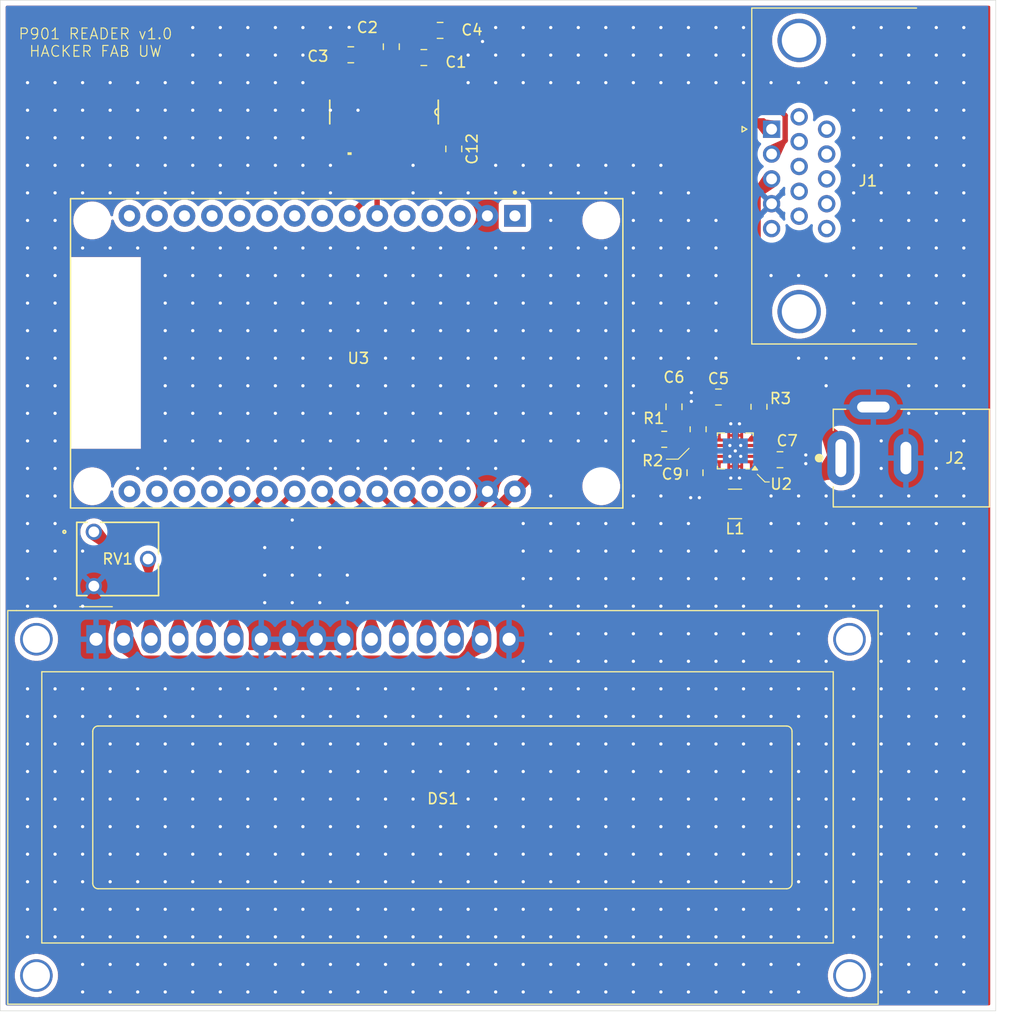
<source format=kicad_pcb>
(kicad_pcb (version 20241229) (generator "pcbnew") (generator_version "9.0")
  (layers (0 "F.Cu" signal) (2 "B.Cu" power) (13 "F.Paste" user) (15 "B.Paste" user) (5 "F.SilkS" user "F.Silkscreen") (7 "B.SilkS" user "B.Silkscreen") (1 "F.Mask" user) (3 "B.Mask" user) (25 "Edge.Cuts" user))
  (net 0 "")
  (net 1 "Net-(U1-C1+)")
  (net 2 "Net-(U1-C1-)")
  (net 3 "Net-(U1-C2+)")
  (net 4 "Net-(U1-C2-)")
  (net 5 "GND")
  (net 6 "Net-(U1-VS-)")
  (net 7 "Net-(U1-VS+)")
  (net 8 "Net-(U2-VAUX)")
  (net 9 "Net-(U2-FB)")
  (net 10 "+9V")
  (net 11 "+5V")
  (net 22 "Net-(U1-R1IN)")
  (net 23 "Net-(U1-T1OUT)")
  (net 25 "Net-(U2-L2)")
  (net 26 "Net-(U2-L1)")
  (net 27 "Net-(U2-PG)")
  (net 28 "/LCD_RS")
  (net 29 "/LCD_D6")
  (net 30 "/LCD_D5")
  (net 31 "/LCD_D4")
  (net 32 "/LCD_E")
  (net 33 "/LCD_D7")
  (net 34 "Net-(DS1-VO)")
  (net 35 "/SER_OUT")
  (net 38 "/SER_IN")
  (net 53 "/LCD_RW")
  (footprint "Package_SON:Texas_S-PWSON-N10_ThermalVias" (layer "F.Cu") (at 153.065 92.94 180)
    (property "Reference" "U2")
    (property "Value" "TPS63060")
  )
  (footprint "Capacitor_SMD:C_0805_2012Metric_Pad1.18x1.45mm_HandSolder" (layer "F.Cu") (at 147.411 88.8712 90)
    (property "Reference" "C6")
    (property "Value" "10 pF")
  )
  (footprint "Resistor_SMD:R_0805_2012Metric_Pad1.20x1.40mm_HandSolder" (layer "F.Cu") (at 149.6364 90.9447 90)
    (property "Reference" "R2")
    (property "Value" "111 kΩ")
  )
  (footprint "ESP32-DEVKIT-V1:MODULE_ESP32_DEVKIT_V1" (layer "F.Cu") (at 117.225 83.97 -90)
    (property "Reference" "U3")
    (property "Value" "DOIT ESP32 DevKit v1")
  )
  (footprint "Capacitor_SMD:C_0805_2012Metric_Pad1.18x1.45mm_HandSolder" (layer "F.Cu") (at 121.3375 55.6778 90)
    (property "Reference" "C2")
    (property "Value" "1 μF")
  )
  (footprint "Capacitor_SMD:C_0805_2012Metric_Pad1.18x1.45mm_HandSolder" (layer "F.Cu") (at 157.1873 93.7512)
    (property "Reference" "C7")
    (property "Value" "22 μF")
  )
  (footprint "Resistor_SMD:R_0805_2012Metric_Pad1.20x1.40mm_HandSolder" (layer "F.Cu") (at 146.511 91.8712)
    (property "Reference" "R1")
    (property "Value" "1 MΩ")
  )
  (footprint "Capacitor_SMD:C_0805_2012Metric_Pad1.18x1.45mm_HandSolder" (layer "F.Cu") (at 117.5995 56.4238)
    (property "Reference" "C3")
    (property "Value" "1 μF")
  )
  (footprint "Connector_Dsub:DSUB-15-HD_Socket_Horizontal_P2.29x2.54mm_EdgePinOffset8.35mm_Housed_MountingHolesOffset10.89mm" (layer "F.Cu") (at 156.414669 63.285 90)
    (property "Reference" "J1")
    (property "Value" "DE15 (F)")
  )
  (footprint "Capacitor_SMD:C_0805_2012Metric_Pad1.18x1.45mm_HandSolder" (layer "F.Cu") (at 125.8375 54.1778)
    (property "Reference" "C4")
    (property "Value" "1 μF")
  )
  (footprint "TI_MAX232Dx:D16" (layer "F.Cu") (at 120.6625 61.7 -90)
    (property "Reference" "U1" (hide yes))
    (property "Value" "MAX232")
  )
  (footprint "Resistor_SMD:R_0805_2012Metric_Pad1.20x1.40mm_HandSolder" (layer "F.Cu") (at 155.2498 88.8712 -90)
    (property "Reference" "R3")
    (property "Value" "1 MΩ")
  )
  (footprint "Capacitor_SMD:C_0805_2012Metric_Pad1.18x1.45mm_HandSolder" (layer "F.Cu") (at 127.1 65.1 -90)
    (property "Reference" "C12")
    (property "Value" "1 μF")
  )
  (footprint "Capacitor_SMD:C_0805_2012Metric_Pad1.18x1.45mm_HandSolder" (layer "F.Cu") (at 149.3498 94.9512 -90)
    (property "Reference" "C9")
    (property "Value" "68 μF")
  )
  (footprint "Capacitor_SMD:C_0805_2012Metric_Pad1.18x1.45mm_HandSolder" (layer "F.Cu") (at 124.3375 56.6778 180)
    (property "Reference" "C1")
    (property "Value" "1 μF")
  )
  (footprint "Inductor_SMD:L_1210_3225Metric_Pad1.42x2.65mm_HandSolder" (layer "F.Cu") (at 153.0446 97.8248 180)
    (property "Reference" "L1")
    (property "Value" "1 μH")
  )
  (footprint "Kyocera_AVX601030:601030_AVX" (layer "F.Cu") (at 93.9 100.40001 -90)
    (property "Reference" "RV1")
    (property "Value" "10 kΩ")
  )
  (footprint "Capacitor_SMD:C_0805_2012Metric_Pad1.18x1.45mm_HandSolder" (layer "F.Cu") (at 151.511 87.9729 180)
    (property "Reference" "C5")
    (property "Value" "100 nF")
  )
  (footprint "SameSky_PJ-002B:CUI_PJ-002B" (layer "F.Cu") (at 162.8 93.6)
    (property "Reference" "J2")
    (property "Value" "5.5mm Barrel (F)")
  )
  (footprint "Display:WC1602A" (layer "F.Cu") (at 94.0991 110.2993)
    (property "Reference" "DS1")
    (property "Value" "WC1602A")
  )
  (gr_arc (start 153.378021 84.225245) (mid 152.85 85.5) (end 151.575245 86.028021) (stroke (width 0.5)) (layer "F.Cu") (net 11))
  (gr_line (start 147.8 93.7) (end 146.7 93.7) (stroke (width 0.1)) (layer "F.SilkS"))
  (gr_line (start 155.1 95.1) (end 155.8 95.8) (stroke (width 0.1)) (layer "F.SilkS"))
  (gr_line (start 148.8 92.7) (end 147.8 93.7) (stroke (width 0.1)) (layer "F.SilkS"))
  (gr_line (start 155.8 95.8) (end 156.2 95.8) (stroke (width 0.1)) (layer "F.SilkS"))
  (gr_rect (start 85.2678 51.399) (end 177.084 144.5514) (stroke (width 0.05)) (fill no) (layer "Edge.Cuts"))
  (gr_text "P901 READER v1.0\nHACKER FAB UW" (at 94.05 55.3 0) (layer "F.SilkS") (effects (font (size 1 1) (thickness 0.1))))
  (segment (start 125.375 56.6778) (end 125.375 59.0703) (width 0.5) (layer "F.Cu") (net 1))
  (segment (start 125.375 59.0703) (end 125.1075 59.3378) (width 0.5) (layer "F.Cu") (net 1))
  (segment (start 123.3 56.6778) (end 122.5675 57.4103) (width 0.5) (layer "F.Cu") (net 2))
  (segment (start 122.5675 57.4103) (end 122.5675 59.3378) (width 0.5) (layer "F.Cu") (net 2))
  (segment (start 121.3375 56.7153) (end 121.3375 59.2978) (width 0.5) (layer "F.Cu") (net 3))
  (segment (start 121.3375 59.2978) (end 121.2975 59.3378) (width 0.5) (layer "F.Cu") (net 3))
  (segment (start 121.3375 54.6403) (end 120.0275 55.9503) (width 0.5) (layer "F.Cu") (net 4))
  (segment (start 120.0275 55.9503) (end 120.0275 59.3378) (width 0.5) (layer "F.Cu") (net 4))
  (segment (start 116.2 59.3553) (end 116.2175 59.3378) (width 0.5) (layer "F.Cu") (net 5))
  (segment (start 150.6624 90.9707) (end 149.6364 89.9447) (width 0.25) (layer "F.Cu") (net 5))
  (segment (start 151.59 92.44) (end 150.873 92.44) (width 0.25) (layer "F.Cu") (net 5))
  (segment (start 156.888144 92.3252) (end 155.89194 92.3252) (width 1) (layer "F.Cu") (net 5))
  (segment (start 127 54.3028) (end 126.875 54.1778) (width 0.5) (layer "F.Cu") (net 5))
  (segment (start 158.2248 93.7512) (end 158.2248 93.661856) (width 1) (layer "F.Cu") (net 5))
  (segment (start 158.2248 93.661856) (end 156.888144 92.3252) (width 1) (layer "F.Cu") (net 5))
  (segment (start 150.873 92.44) (end 150.6624 92.2294) (width 0.25) (layer "F.Cu") (net 5))
  (segment (start 116.2175 56.7683) (end 116.562 56.4238) (width 0.508) (layer "F.Cu") (net 5))
  (segment (start 150.6624 92.2294) (end 150.6624 90.9707) (width 0.25) (layer "F.Cu") (net 5))
  (segment (start 154.54 92.44) (end 155.77714 92.44) (width 0.25) (layer "F.Cu") (net 5))
  (via (at 156.3628 130.114) (size 0.7) (drill 0.3) (layers "F.Cu" "B.Cu") (net 5))
  (via (at 148.7428 71.694) (size 0.7) (drill 0.3) (layers "F.Cu" "B.Cu") (net 5))
  (via (at 161.4428 119.954) (size 0.7) (drill 0.3) (layers "F.Cu" "B.Cu") (net 5))
  (via (at 143.6628 142.814) (size 0.7) (drill 0.3) (layers "F.Cu" "B.Cu") (net 5))
  (via (at 169.0628 140.274) (size 0.7) (drill 0.3) (layers "F.Cu" "B.Cu") (net 5))
  (via (at 113.1828 89.474) (size 0.7) (drill 0.3) (layers "F.Cu" "B.Cu") (net 5))
  (via (at 171.6028 92.014) (size 0.7) (drill 0.3) (layers "F.Cu" "B.Cu") (net 5))
  (via (at 143.6628 56.454) (size 0.7) (drill 0.3) (layers "F.Cu" "B.Cu") (net 5))
  (via (at 166.5228 79.314) (size 0.7) (drill 0.3) (layers "F.Cu" "B.Cu") (net 5))
  (via (at 136.0428 81.854) (size 0.7) (drill 0.3) (layers "F.Cu" "B.Cu") (net 5))
  (via (at 171.6028 69.154) (size 0.7) (drill 0.3) (layers "F.Cu" "B.Cu") (net 5))
  (via (at 87.7828 64.074) (size 0.7) (drill 0.3) (layers "F.Cu" "B.Cu") (net 5))
  (via (at 169.0628 53.914) (size 0.7) (drill 0.3) (layers "F.Cu" "B.Cu") (net 5))
  (via (at 128.4228 79.314) (size 0.7) (drill 0.3) (layers "F.Cu" "B.Cu") (net 5))
  (via (at 151.2828 130.114) (size 0.7) (drill 0.3) (layers "F.Cu" "B.Cu") (net 5))
  (via (at 171.6028 79.314) (size 0.7) (drill 0.3) (layers "F.Cu" "B.Cu") (net 5))
  (via (at 128.4228 137.734) (size 0.7) (drill 0.3) (layers "F.Cu" "B.Cu") (net 5))
  (via (at 169.0628 99.634) (size 0.7) (drill 0.3) (layers "F.Cu" "B.Cu") (net 5))
  (via (at 166.5228 76.774) (size 0.7) (drill 0.3) (layers "F.Cu" "B.Cu") (net 5))
  (via (at 141.1228 127.574) (size 0.7) (drill 0.3) (layers "F.Cu" "B.Cu") (net 5))
  (via (at 133.5028 81.854) (size 0.7) (drill 0.3) (layers "F.Cu" "B.Cu") (net 5))
  (via (at 146.2028 125.034) (size 0.7) (drill 0.3) (layers "F.Cu" "B.Cu") (net 5))
  (via (at 148.7428 137.734) (size 0.7) (drill 0.3) (layers "F.Cu" "B.Cu") (net 5))
  (via (at 174.1428 102.174) (size 0.7) (drill 0.3) (layers "F.Cu" "B.Cu") (net 5))
  (via (at 143.6628 130.114) (size 0.7) (drill 0.3) (layers "F.Cu" "B.Cu") (net 5))
  (via (at 158.9028 142.814) (size 0.7) (drill 0.3) (layers "F.Cu" "B.Cu") (net 5))
  (via (at 120.8028 114.874) (size 0.7) (drill 0.3) (layers "F.Cu" "B.Cu") (net 5))
  (via (at 151.2828 112.334) (size 0.7) (drill 0.3) (layers "F.Cu" "B.Cu") (net 5))
  (via (at 166.5228 97.094) (size 0.7) (drill 0.3) (layers "F.Cu" "B.Cu") (net 5))
  (via (at 100.4828 117.414) (size 0.7) (drill 0.3) (layers "F.Cu" "B.Cu") (net 5))
  (via (at 113.1828 64.074) (size 0.7) (drill 0.3) (layers "F.Cu" "B.Cu") (net 5))
  (via (at 166.5228 102.174) (size 0.7) (drill 0.3) (layers "F.Cu" "B.Cu") (net 5))
  (via (at 92.8628 69.154) (size 0.7) (drill 0.3) (layers "F.Cu" "B.Cu") (net 5))
  (via (at 105.5628 130.114) (size 0.7) (drill 0.3) (layers "F.Cu" "B.Cu") (net 5))
  (via (at 109.66 104.39) (size 0.7) (drill 0.3) (layers "F.Cu" "B.Cu") (net 5))
  (via (at 87.7828 79.314) (size 0.7) (drill 0.3) (layers "F.Cu" "B.Cu") (net 5))
  (via (at 163.9828 137.734) (size 0.7) (drill 0.3) (layers "F.Cu" "B.Cu") (net 5))
  (via (at 158.9028 117.414) (size 0.7) (drill 0.3) (layers "F.Cu" "B.Cu") (net 5))
  (via (at 115.7228 114.874) (size 0.7) (drill 0.3) (layers "F.Cu" "B.Cu") (net 5))
  (via (at 113.1828 86.934) (size 0.7) (drill 0.3) (layers "F.Cu" "B.Cu") (net 5))
  (via (at 92.8628 125.034) (size 0.7) (drill 0.3) (layers "F.Cu" "B.Cu") (net 5))
  (via (at 87.7828 125.034) (size 0.7) (drill 0.3) (layers "F.Cu" "B.Cu") (net 5))
  (via (at 105.5628 86.934) (size 0.7) (drill 0.3) (layers "F.Cu" "B.Cu") (net 5))
  (via (at 163.9828 69.154) (size 0.7) (drill 0.3) (layers "F.Cu" "B.Cu") (net 5))
  (via (at 112.2 104.39) (size 0.7) (drill 0.3) (layers "F.Cu" "B.Cu") (net 5))
  (via (at 158.9028 114.874) (size 0.7) (drill 0.3) (layers "F.Cu" "B.Cu") (net 5))
  (via (at 120.8028 125.034) (size 0.7) (drill 0.3) (layers "F.Cu" "B.Cu") (net 5))
  (via (at 163.9828 84.394) (size 0.7) (drill 0.3) (layers "F.Cu" "B.Cu") (net 5))
  (via (at 133.5028 117.414) (size 0.7) (drill 0.3) (layers "F.Cu" "B.Cu") (net 5))
  (via (at 148.7428 53.914) (size 0.7) (drill 0.3) (layers "F.Cu" "B.Cu") (net 5))
  (via (at 133.5028 102.174) (size 0.7) (drill 0.3) (layers "F.Cu" "B.Cu") (net 5))
  (via (at 123.3428 86.934) (size 0.7) (drill 0.3) (layers "F.Cu" "B.Cu") (net 5))
  (via (at 174.1428 107.254) (size 0.7) (drill 0.3) (layers "F.Cu" "B.Cu") (net 5))
  (via (at 163.9828 117.414) (size 0.7) (drill 0.3) (layers "F.Cu" "B.Cu") (net 5))
  (via (at 143.6628 99.634) (size 0.7) (drill 0.3) (layers "F.Cu" "B.Cu") (net 5))
  (via (at 87.7828 58.994) (size 0.7) (drill 0.3) (layers "F.Cu" "B.Cu") (net 5))
  (via (at 125.8828 69.154) (size 0.7) (drill 0.3) (layers "F.Cu" "B.Cu") (net 5))
  (via (at 151.2828 127.574) (size 0.7) (drill 0.3) (layers "F.Cu" "B.Cu") (net 5))
  (via (at 153.8228 58.994) (size 0.7) (drill 0.3) (layers "F.Cu" "B.Cu") (net 5))
  (via (at 141.1228 114.874) (size 0.7) (drill 0.3) (layers "F.Cu" "B.Cu") (net 5))
  (via (at 103.0228 125.034) (size 0.7) (drill 0.3) (layers "F.Cu" "B.Cu") (net 5))
  (via (at 174.1428 92.014) (size 0.7) (drill 0.3) (layers "F.Cu" "B.Cu") (net 5))
  (via (at 133.5028 84.394) (size 0.7) (drill 0.3) (layers "F.Cu" "B.Cu") (net 5))
  (via (at 174.1428 66.614) (size 0.7) (drill 0.3) (layers "F.Cu" "B.Cu") (net 5))
  (via (at 143.6628 92.014) (size 0.7) (drill 0.3) (layers "F.Cu" "B.Cu") (net 5))
  (via (at 143.6628 97.094) (size 0.7) (drill 0.3) (layers "F.Cu" "B.Cu") (net 5))
  (via (at 92.8628 114.874) (size 0.7) (drill 0.3) (layers "F.Cu" "B.Cu") (net 5))
  (via (at 115.7228 69.154) (size 0.7) (drill 0.3) (layers "F.Cu" "B.Cu") (net 5))
  (via (at 118.2628 122.494) (size 0.7) (drill 0.3) (layers "F.Cu" "B.Cu") (net 5))
  (via (at 151.2828 142.814) (size 0.7) (drill 0.3) (layers "F.Cu" "B.Cu") (net 5))
  (via (at 90.3228 89.474) (size 0.7) (drill 0.3) (layers "F.Cu" "B.Cu") (net 5))
  (via (at 161.4428 117.414) (size 0.7) (drill 0.3) (layers "F.Cu" "B.Cu") (net 5))
  (via (at 103.0228 58.994) (size 0.7) (drill 0.3) (layers "F.Cu" "B.Cu") (net 5))
  (via (at 87.7828 61.534) (size 0.7) (drill 0.3) (layers "F.Cu" "B.Cu") (net 5))
  (via (at 158.9028 112.334) (size 0.7) (drill 0.3) (layers "F.Cu" "B.Cu") (net 5))
  (via (at 141.1228 122.494) (size 0.7) (drill 0.3) (layers "F.Cu" "B.Cu") (net 5))
  (via (at 92.8628 107.254) (size 0.7) (drill 0.3) (layers "F.Cu" "B.Cu") (net 5))
  (via (at 123.3428 94.554) (size 0.7) (drill 0.3) (layers "F.Cu" "B.Cu") (net 5))
  (via (at 108.1028 140.274) (size 0.7) (drill 0.3) (layers "F.Cu" "B.Cu") (net 5))
  (via (at 141.1228 69.154) (size 0.7) (drill 0.3) (layers "F.Cu" "B.Cu") (net 5))
  (via (at 136.0428 114.874) (size 0.7) (drill 0.3) (layers "F.Cu" "B.Cu") (net 5))
  (via (at 136.0428 125.034) (size 0.7) (drill 0.3) (layers "F.Cu" "B.Cu") (net 5))
  (via (at 130.9628 117.414) (size 0.7) (drill 0.3) (layers "F.Cu" "B.Cu") (net 5))
  (via (at 103.0228 122.494) (size 0.7) (drill 0.3) (layers "F.Cu" "B.Cu") (net 5))
  (via (at 163.9828 79.314) (size 0.7) (drill 0.3) (layers "F.Cu" "B.Cu") (net 5))
  (via (at 128.4228 117.414) (size 0.7) (drill 0.3) (layers "F.Cu" "B.Cu") (net 5))
  (via (at 146.2028 112.334) (size 0.7) (drill 0.3) (layers "F.Cu" "B.Cu") (net 5))
  (via (at 110.6428 135.194) (size 0.7) (drill 0.3) (layers "F.Cu" "B.Cu") (net 5))
  (via (at 153.4498 90.44) (size 0.7) (drill 0.3) (layers "F.Cu" "B.Cu") (net 5))
  (via (at 169.0628 119.954) (size 0.7) (drill 0.3) (layers "F.Cu" "B.Cu") (net 5))
  (via (at 110.6428 122.494) (size 0.7) (drill 0.3) (layers "F.Cu" "B.Cu") (net 5))
  (via (at 90.3228 79.314) (size 0.7) (drill 0.3) (layers "F.Cu" "B.Cu") (net 5))
  (via (at 120.8028 117.414) (size 0.7) (drill 0.3) (layers "F.Cu" "B.Cu") (net 5))
  (via (at 163.9828 114.874) (size 0.7) (drill 0.3) (layers "F.Cu" "B.Cu") (net 5))
  (via (at 171.6028 99.634) (size 0.7) (drill 0.3) (layers "F.Cu" "B.Cu") (net 5))
  (via (at 136.0428 71.694) (size 0.7) (drill 0.3) (layers "F.Cu" "B.Cu") (net 5))
  (via (at 153.8228 142.814) (size 0.7) (drill 0.3) (layers "F.Cu" "B.Cu") (net 5))
  (via (at 130.9628 130.114) (size 0.7) (drill 0.3) (layers "F.Cu" "B.Cu") (net 5))
  (via (at 138.5828 92.014) (size 0.7) (drill 0.3) (layers "F.Cu" "B.Cu") (net 5))
  (via (at 136.0428 130.114) (size 0.7) (drill 0.3) (layers "F.Cu" "B.Cu") (net 5))
  (via (at 133.5028 125.034) (size 0.7) (drill 0.3) (layers "F.Cu" "B.Cu") (net 5))
  (via (at 151.2828 122.494) (size 0.7) (drill 0.3) (layers "F.Cu" "B.Cu") (net 5))
  (via (at 138.5828 140.274) (size 0.7) (drill 0.3) (layers "F.Cu" "B.Cu") (net 5))
  (via (at 166.5228 127.574) (size 0.7) (drill 0.3) (layers "F.Cu" "B.Cu") (net 5))
  (via (at 163.9828 132.654) (size 0.7) (drill 0.3) (layers "F.Cu" "B.Cu") (net 5))
  (via (at 171.6028 76.774) (size 0.7) (drill 0.3) (layers "F.Cu" "B.Cu") (net 5))
  (via (at 153.8228 135.194) (size 0.7) (drill 0.3) (layers "F.Cu" "B.Cu") (net 5))
  (via (at 120.8028 137.734) (size 0.7) (drill 0.3) (layers "F.Cu" "B.Cu") (net 5))
  (via (at 103.0228 81.854) (size 0.7) (drill 0.3) (layers "F.Cu" "B.Cu") (net 5))
  (via (at 171.6028 58.994) (size 0.7) (drill 0.3) (layers "F.Cu" "B.Cu") (net 5))
  (via (at 174.1428 140.274) (size 0.7) (drill 0.3) (layers "F.Cu" "B.Cu") (net 5))
  (via (at 146.2028 71.694) (size 0.7) (drill 0.3) (layers "F.Cu" "B.Cu") (net 5))
  (via (at 156.3628 122.494) (size 0.7) (drill 0.3) (layers "F.Cu" "B.Cu") (net 5))
  (via (at 161.4428 122.494) (size 0.7) (drill 0.3) (layers "F.Cu" "B.Cu") (net 5))
  (via (at 174.1428 89.474) (size 0.7) (drill 0.3) (layers "F.Cu" "B.Cu") (net 5))
  (via (at 87.7828 94.554) (size 0.7) (drill 0.3) (layers "F.Cu" "B.Cu") (net 5))
  (via (at 108.1028 122.494) (size 0.7) (drill 0.3) (layers "F.Cu" "B.Cu") (net 5))
  (via (at 97.9428 74.234) (size 0.7) (drill 0.3) (layers "F.Cu" "B.Cu") (net 5))
  (via (at 105.5628 53.914) (size 0.7) (drill 0.3) (layers "F.Cu" "B.Cu") (net 5))
  (via (at 143.6628 89.474) (size 0.7) (drill 0.3) (layers "F.Cu" "B.Cu") (net 5))
  (via (at 143.6628 127.574) (size 0.7) (drill 0.3) (layers "F.Cu" "B.Cu") (net 5))
  (via (at 103.0228 119.954) (size 0.7) (drill 0.3) (layers "F.Cu" "B.Cu") (net 5))
  (via (at 141.1228 76.774) (size 0.7) (drill 0.3) (layers "F.Cu" "B.Cu") (net 5))
  (via (at 100.4828 92.014) (size 0.7) (drill 0.3) (layers "F.Cu" "B.Cu") (net 5))
  (via (at 115.7228 84.394) (size 0.7) (drill 0.3) (layers "F.Cu" "B.Cu") (net 5))
  (via (at 90.3228 137.734) (size 0.7) (drill 0.3) (layers "F.Cu" "B.Cu") (net 5))
  (via (at 133.5028 58.994) (size 0.7) (drill 0.3) (layers "F.Cu" "B.Cu") (net 5))
  (via (at 161.4428 112.334) (size 0.7) (drill 0.3) (layers "F.Cu" "B.Cu") (net 5))
  (via (at 158.9028 125.034) (size 0.7) (drill 0.3) (layers "F.Cu" "B.Cu") (net 5))
  (via (at 130.9628 127.574) (size 0.7) (drill 0.3) (layers "F.Cu" "B.Cu") (net 5))
  (via (at 151.2828 140.274) (size 0.7) (drill 0.3) (layers "F.Cu" "B.Cu") (net 5))
  (via (at 151.2828 102.174) (size 0.7) (drill 0.3) (layers "F.Cu" "B.Cu") (net 5))
  (via (at 166.5228 125.034) (size 0.7) (drill 0.3) (layers "F.Cu" "B.Cu") (net 5))
  (via (at 113.1828 69.154) (size 0.7) (drill 0.3) (layers "F.Cu" "B.Cu") (net 5))
  (via (at 136.0428 135.194) (size 0.7) (drill 0.3) (layers "F.Cu" "B.Cu") (net 5))
  (via (at 174.1428 61.534) (size 0.7) (drill 0.3) (layers "F.Cu" "B.Cu") (net 5))
  (via (at 90.3228 66.614) (size 0.7) (drill 0.3) (layers "F.Cu" "B.Cu") (net 5))
  (via (at 133.5028 132.654) (size 0.7) (drill 0.3) (layers "F.Cu" "B.Cu") (net 5))
  (via (at 163.9828 135.194) (size 0.7) (drill 0.3) (layers "F.Cu" "B.Cu") (net 5))
  (via (at 146.2028 74.234) (size 0.7) (drill 0.3) (layers "F.Cu" "B.Cu") (net 5))
  (via (at 120.8028 79.314) (size 0.7) (drill 0.3) (layers "F.Cu" "B.Cu") (net 5))
  (via (at 130.9628 66.614) (size 0.7) (drill 0.3) (layers "F.Cu" "B.Cu") (net 5))
  (via (at 174.1428 53.914) (size 0.7) (drill 0.3) (layers "F.Cu" "B.Cu") (net 5))
  (via (at 158.9028 84.394) (size 0.7) (drill 0.3) (layers "F.Cu" "B.Cu") (net 5))
  (via (at 92.8628 102.174) (size 0.7) (drill 0.3) (layers "F.Cu" "B.Cu") (net 5))
  (via (at 100.4828 132.654) (size 0.7) (drill 0.3) (layers "F.Cu" "B.Cu") (net 5))
  (via (at 105.5628 56.454) (size 0.7) (drill 0.3) (layers "F.Cu" "B.Cu") (net 5))
  (via (at 161.4428 76.774) (size 0.7) (drill 0.3) (layers "F.Cu" "B.Cu") (net 5))
  (via (at 174.1428 58.994) (size 0.7) (drill 0.3) (layers "F.Cu" "B.Cu") (net 5))
  (via (at 110.6428 114.874) (size 0.7) (drill 0.3) (layers "F.Cu" "B.Cu") (net 5))
  (via (at 163.9828 81.854) (size 0.7) (drill 0.3) (layers "F.Cu" "B.Cu") (net 5))
  (via (at 130.9628 122.494) (size 0.7) (drill 0.3) (layers "F.Cu" "B.Cu") (net 5))
  (via (at 171.6028 122.494) (size 0.7) (drill 0.3) (layers "F.Cu" "B.Cu") (net 5))
  (via (at 133.5028 92.014) (size 0.7) (drill 0.3) (layers "F.Cu" "B.Cu") (net 5))
  (via (at 128.4228 81.854) (size 0.7) (drill 0.3) (layers "F.Cu" "B.Cu") (net 5))
  (via (at 174.1428 119.954) (size 0.7) (drill 0.3) (layers "F.Cu" "B.Cu") (net 5))
  (via (at 163.9828 97.094) (size 0.7) (drill 0.3) (layers "F.Cu" "B.Cu") (net 5))
  (via (at 128.4228 74.234) (size 0.7) (drill 0.3) (layers "F.Cu" "B.Cu") (net 5))
  (via (at 125.8828 84.394) (size 0.7) (drill 0.3) (layers "F.Cu" "B.Cu") (net 5))
  (via (at 125.8828 86.934) (size 0.7) (drill 0.3) (layers "F.Cu" "B.Cu") (net 5))
  (via (at 95.4028 140.274) (size 0.7) (drill 0.3) (layers "F.Cu" "B.Cu") (net 5))
  (via (at 105.5628 127.574) (size 0.7) (drill 0.3) (layers "F.Cu" "B.Cu") (net 5))
  (via (at 125.8828 117.414) (size 0.7) (drill 0.3) (layers "F.Cu" "B.Cu") (net 5))
  (via (at 115.7228 127.574) (size 0.7) (drill 0.3) (layers "F.Cu" "B.Cu") (net 5))
  (via (at 95.4028 61.534) (size 0.7) (drill 0.3) (layers "F.Cu" "B.Cu") (net 5))
  (via (at 108.1028 64.074) (size 0.7) (drill 0.3) (layers "F.Cu" "B.Cu") (net 5))
  (via (at 143.6628 104.714) (size 0.7) (drill 0.3) (layers "F.Cu" "B.Cu") (net 5))
  (via (at 163.9828 127.574) (size 0.7) (drill 0.3) (layers "F.Cu" "B.Cu") (net 5))
  (via (at 113.1828 140.274) (size 0.7) (drill 0.3) (layers "F.Cu" "B.Cu") (net 5))
  (via (at 123.3428 114.874) (size 0.7) (drill 0.3) (layers "F.Cu" "B.Cu") (net 5))
  (via (at 133.5028 142.814) (size 0.7) (drill 0.3) (layers "F.Cu" "B.Cu") (net 5))
  (via (at 97.9428 94.554) (size 0.7) (drill 0.3) (layers "F.Cu" "B.Cu") (net 5))
  (via (at 133.5028 89.474) (size 0.7) (drill 0.3) (layers "F.Cu" "B.Cu") (net 5))
  (via (at 151.2828 81.854) (size 0.7) (drill 0.3) (layers "F.Cu" "B.Cu") (net 5))
  (via (at 92.8628 132.654) (size 0.7) (drill 0.3) (layers "F.Cu" "B.Cu") (net 5))
  (via (at 133.5028 76.774) (size 0.7) (drill 0.3) (layers "F.Cu" "B.Cu") (net 5))
  (via (at 138.5828 114.874) (size 0.7) (drill 0.3) (layers "F.Cu" "B.Cu") (net 5))
  (via (at 136.0428 58.994) (size 0.7) (drill 0.3) (layers "F.Cu" "B.Cu") (net 5))
  (via (at 103.0228 137.734) (size 0.7) (drill 0.3) (layers "F.Cu" "B.Cu") (net 5))
  (via (at 130.9628 79.314) (size 0.7) (drill 0.3) (layers "F.Cu" "B.Cu") (net 5))
  (via (at 133.5028 127.574) (size 0.7) (drill 0.3) (layers "F.Cu" "B.Cu") (net 5))
  (via (at 118.2628 135.194) (size 0.7) (drill 0.3) (layers "F.Cu" "B.Cu") (net 5))
  (via (at 171.6028 135.194) (size 0.7) (drill 0.3) (layers "F.Cu" "B.Cu") (net 5))
  (via (at 90.3228 86.934) (size 0.7) (drill 0.3) (layers "F.Cu" "B.Cu") (net 5))
  (via (at 143.6628 76.774) (size 0.7) (drill 0.3) (layers "F.Cu" "B.Cu") (net 5))
  (via (at 141.1228 130.114) (size 0.7) (drill 0.3) (layers "F.Cu" "B.Cu") (net 5))
  (via (at 110.6428 74.234) (size 0.7) (drill 0.3) (layers "F.Cu" "B.Cu") (net 5))
  (via (at 174.1428 109.794) (size 0.7) (drill 0.3) (layers "F.Cu" "B.Cu") (net 5))
  (via (at 110.6428 117.414) (size 0.7) (drill 0.3) (layers "F.Cu" "B.Cu") (net 5))
  (via (at 123.3428 79.314) (size 0.7) (drill 0.3) (layers "F.Cu" "B.Cu") (net 5))
  (via (at 156.3628 142.814) (size 0.7) (drill 0.3) (layers "F.Cu" "B.Cu") (net 5))
  (via (at 141.1228 137.734) (size 0.7) (drill 0.3) (layers "F.Cu" "B.Cu") (net 5))
  (via (at 128.4228 92.014) (size 0.7) (drill 0.3) (layers "F.Cu" "B.Cu") (net 5))
  (via (at 163.9828 71.694) (size 0.7) (drill 0.3) (layers "F.Cu" "B.Cu") (net 5))
  (via (at 151.2828 135.194) (size 0.7) (drill 0.3) (layers "F.Cu" "B.Cu") (net 5))
  (via (at 103.0228 74.234) (size 0.7) (drill 0.3) (layers "F.Cu" "B.Cu") (net 5))
  (via (at 171.6028 64.074) (size 0.7) (drill 0.3) (layers "F.Cu" "B.Cu") (net 5))
  (via (at 120.8028 130.114) (size 0.7) (drill 0.3) (layers "F.Cu" "B.Cu") (net 5))
  (via (at 169.0628 64.074) (size 0.7) (drill 0.3) (layers "F.Cu" "B.Cu") (net 5))
  (via (at 110.6428 76.774) (size 0.7) (drill 0.3) (layers "F.Cu" "B.Cu") (net 5))
  (via (at 92.8628 61.534) (size 0.7) (drill 0.3) (layers "F.Cu" "B.Cu") (net 5))
  (via (at 174.1428 97.094) (size 0.7) (drill 0.3) (layers "F.Cu" "B.Cu") (net 5))
  (via (at 146.2028 130.114) (size 0.7) (drill 0.3) (layers "F.Cu" "B.Cu") (net 5))
  (via (at 171.6028 117.414) (size 0.7) (drill 0.3) (layers "F.Cu" "B.Cu") (net 5))
  (via (at 141.1228 109.794) (size 0.7) (drill 0.3) (layers "F.Cu" "B.Cu") (net 5))
  (via (at 115.7228 92.014) (size 0.7) (drill 0.3) (layers "F.Cu" "B.Cu") (net 5))
  (via (at 97.9428 135.194) (size 0.7) (drill 0.3) (layers "F.Cu" "B.Cu") (net 5))
  (via (at 133.5028 135.194) (size 0.7) (drill 0.3) (layers "F.Cu" "B.Cu") (net 5))
  (via (at 97.9428 140.274) (size 0.7) (drill 0.3) (layers "F.Cu" "B.Cu") (net 5))
  (via (at 103.0228 64.074) (size 0.7) (drill 0.3) (layers "F.Cu" "B.Cu") (net 5))
  (via (at 103.0228 127.574) (size 0.7) (drill 0.3) (layers "F.Cu" "B.Cu") (net 5))
  (via (at 156.3628 112.334) (size 0.7) (drill 0.3) (layers "F.Cu" "B.Cu") (net 5))
  (via (at 90.3228 99.634) (size 0.7) (drill 0.3) (layers "F.Cu" "B.Cu") (net 5))
  (via (at 92.8628 66.614) (size 0.7) (drill 0.3) (layers "F.Cu" "B.Cu") (net 5))
  (via (at 141.1228 102.174) (size 0.7) (drill 0.3) (layers "F.Cu" "B.Cu") (net 5))
  (via (at 123.3428 69.154) (size 0.7) (drill 0.3) (layers "F.Cu" "B.Cu") (net 5))
  (via (at 115.7228 66.614) (size 0.7) (drill 0.3) (layers "F.Cu" "B.Cu") (net 5))
  (via (at 163.9828 76.774) (size 0.7) (drill 0.3) (layers "F.Cu" "B.Cu") (net 5))
  (via (at 123.3428 76.774) (size 0.7) (drill 0.3) (layers "F.Cu" "B.Cu") (net 5))
  (via (at 153.8228 137.734) (size 0.7) (drill 0.3) (layers "F.Cu" "B.Cu") (net 5))
  (via (at 143.6628 117.414) (size 0.7) (drill 0.3) (layers "F.Cu" "B.Cu") (net 5))
  (via (at 114.74 106.93) (size 0.7) (drill 0.3) (layers "F.Cu" "B.Cu") (net 5))
  (via (at 171.6028 132.654) (size 0.7) (drill 0.3) (layers "F.Cu" "B.Cu") (net 5))
  (via (at 153.8228 119.954) (size 0.7) (drill 0.3) (layers "F.Cu" "B.Cu") (net 5))
  (via (at 136.0428 142.814) (size 0.7) (drill 0.3) (layers "F.Cu" "B.Cu") (net 5))
  (via (at 174.1428 114.874) (size 0.7) (drill 0.3) (layers "F.Cu" "B.Cu") (net 5))
  (via (at 113.1828 132.654) (size 0.7) (drill 0.3) (layers "F.Cu" "B.Cu") (net 5))
  (via (at 171.6028 137.734) (size 0.7) (drill 0.3) (layers "F.Cu" "B.Cu") (net 5))
  (via (at 123.3428 81.854) (size 0.7) (drill 0.3) (layers "F.Cu" "B.Cu") (net 5))
  (via (at 136.0428 132.654) (size 0.7) (drill 0.3) (layers "F.Cu" "B.Cu") (net 5))
  (via (at 136.0428 140.274) (size 0.7) (drill 0.3) (layers "F.Cu" "B.Cu") (net 5))
  (via (at 108.1028 114.874) (size 0.7) (drill 0.3) (layers "F.Cu" "B.Cu") (net 5))
  (via (at 92.8628 64.074) (size 0.7) (drill 0.3) (layers "F.Cu" "B.Cu") (net 5))
  (via (at 125.8828 76.774) (size 0.7) (drill 0.3) (layers "F.Cu" "B.Cu") (net 5))
  (via (at 105.5628 114.874) (size 0.7) (drill 0.3) (layers "F.Cu" "B.Cu") (net 5))
  (via (at 90.3228 102.174) (size 0.7) (drill 0.3) (layers "F.Cu" "B.Cu") (net 5))
  (via (at 125.8828 94.554) (size 0.7) (drill 0.3) (layers "F.Cu" "B.Cu") (net 5))
  (via (at 108.1028 53.914) (size 0.7) (drill 0.3) (layers "F.Cu" "B.Cu") (net 5))
  (via (at 120.8028 84.394) (size 0.7) (drill 0.3) (layers "F.Cu" "B.Cu") (net 5))
  (via (at 110.6428 94.554) (size 0.7) (drill 0.3) (layers "F.Cu" "B.Cu") (net 5))
  (via (at 149.7498 97.2512) (size 0.7) (drill 0.3) (layers "F.Cu" "B.Cu") (net 5))
  (via (at 115.7228 125.034) (size 0.7) (drill 0.3) (layers "F.Cu" "B.Cu") (net 5))
  (via (at 115.7228 122.494) (size 0.7) (drill 0.3) (layers "F.Cu" "B.Cu") (net 5))
  (via (at 169.0628 137.734) (size 0.7) (drill 0.3) (layers "F.Cu" "B.Cu") (net 5))
  (via (at 105.5628 117.414) (size 0.7) (drill 0.3) (layers "F.Cu" "B.Cu") (net 5))
  (via (at 108.1028 69.154) (size 0.7) (drill 0.3) (layers "F.Cu" "B.Cu") (net 5))
  (via (at 141.1228 112.334) (size 0.7) (drill 0.3) (layers "F.Cu" "B.Cu") (net 5))
  (via (at 151.2828 125.034) (size 0.7) (drill 0.3) (layers "F.Cu" "B.Cu") (net 5))
  (via (at 130.9628 89.474) (size 0.7) (drill 0.3) (layers "F.Cu" "B.Cu") (net 5))
  (via (at 138.5828 53.914) (size 0.7) (drill 0.3) (layers "F.Cu" "B.Cu") (net 5))
  (via (at 120.8028 140.274) (size 0.7) (drill 0.3) (layers "F.Cu" "B.Cu") (net 5))
  (via (at 110.6428 79.314) (size 0.7) (drill 0.3) (layers "F.Cu" "B.Cu") (net 5))
  (via (at 169.0628 56.454) (size 0.7) (drill 0.3) (layers "F.Cu" "B.Cu") (net 5))
  (via (at 138.5828 76.774) (size 0.7) (drill 0.3) (layers "F.Cu" "B.Cu") (net 5))
  (via (at 120.8028 89.474) (size 0.7) (drill 0.3) (layers "F.Cu" "B.Cu") (net 5))
  (via (at 90.3228 74.234) (size 0.7) (drill 0.3) (layers "F.Cu" "B.Cu") (net 5))
  (via (at 97.9428 142.814) (size 0.7) (drill 0.3) (layers "F.Cu" "B.Cu") (net 5))
  (via (at 146.2028 122.494) (size 0.7) (drill 0.3) (layers "F.Cu" "B.Cu") (net 5))
  (via (at 166.5228 117.414) (size 0.7) (drill 0.3) (layers "F.Cu" "B.Cu") (net 5))
  (via (at 138.5828 69.154) (size 0.7) (drill 0.3) (layers "F.Cu" "B.Cu") (net 5))
  (via (at 108.1028 130.114) (size 0.7) (drill 0.3) (layers "F.Cu" "B.Cu") (net 5))
  (via (at 103.0228 89.474) (size 0.7) (drill 0.3) (layers "F.Cu" "B.Cu") (net 5))
  (via (at 87.7828 137.734) (size 0.7) (drill 0.3) (layers "F.Cu" "B.Cu") (net 5))
  (via (at 108.1028 132.654) (size 0.7) (drill 0.3) (layers "F.Cu" "B.Cu") (net 5))
  (via (at 95.4028 132.654) (size 0.7) (drill 0.3) (layers "F.Cu" "B.Cu") (net 5))
  (via (at 171.6028 84.394) (size 0.7) (drill 0.3) (layers "F.Cu" "B.Cu") (net 5))
  (via (at 133.5028 86.934) (size 0.7) (drill 0.3) (layers "F.Cu" "B.Cu") (net 5))
  (via (at 148.7428 125.034) (size 0.7) (drill 0.3) (layers "F.Cu" "B.Cu") (net 5))
  (via (at 141.1228 142.814) (size 0.7) (drill 0.3) (layers "F.Cu" "B.Cu") (net 5))
  (via (at 138.5828 58.994) (size 0.7) (drill 0.3) (layers "F.Cu" "B.Cu") (net 5))
  (via (at 112.2 106.93) (size 0.7) (drill 0.3) (layers "F.Cu" "B.Cu") (net 5))
  (via (at 117.28 104.39) (size 0.7) (drill 0.3) (layers "F.Cu" "B.Cu") (net 5))
  (via (at 133.5028 114.874) (size 0.7) (drill 0.3) (layers "F.Cu" "B.Cu") (net 5))
  (via (at 143.6628 137.734) (size 0.7) (drill 0.3) (layers "F.Cu" "B.Cu") (net 5))
  (via (at 153.8228 56.454) (size 0.7) (drill 0.3) (layers "F.Cu" "B.Cu") (net 5))
  (via (at 123.3428 125.034) (size 0.7) (drill 0.3) (layers "F.Cu" "B.Cu") (net 5))
  (via (at 92.8628 122.494) (size 0.7) (drill 0.3) (layers "F.Cu" "B.Cu") (net 5))
  (via (at 138.5828 89.474) (size 0.7) (drill 0.3) (layers "F.Cu" "B.Cu") (net 5))
  (via (at 105.5628 81.854) (size 0.7) (drill 0.3) (layers "F.Cu" "B.Cu") (net 5))
  (via (at 108.1028 86.934) (size 0.7) (drill 0.3) (layers "F.Cu" "B.Cu") (net 5))
  (via (at 169.0628 127.574) (size 0.7) (drill 0.3) (layers "F.Cu" "B.Cu") (net 5))
  (via (at 113.1828 142.814) (size 0.7) (drill 0.3) (layers "F.Cu" "B.Cu") (net 5))
  (via (at 169.0628 132.654) (size 0.7) (drill 0.3) (layers "F.Cu" "B.Cu") (net 5))
  (via (at 118.2628 142.814) (size 0.7) (drill 0.3) (layers "F.Cu" "B.Cu") (net 5))
  (via (at 90.3228 125.034) (size 0.7) (drill 0.3) (layers "F.Cu" "B.Cu") (net 5))
  (via (at 138.5828 135.194) (size 0.7) (drill 0.3) (layers "F.Cu" "B.Cu") (net 5))
  (via (at 169.0628 76.774) (size 0.7) (drill 0.3) (layers "F.Cu" "B.Cu") (net 5))
  (via (at 130.9628 132.654) (size 0.7) (drill 0.3) (layers "F.Cu" "B.Cu") (net 5))
  (via (at 169.0628 104.714) (size 0.7) (drill 0.3) (layers "F.Cu" "B.Cu") (net 5))
  (via (at 95.4028 122.494) (size 0.7) (drill 0.3) (layers "F.Cu" "B.Cu") (net 5))
  (via (at 163.9828 99.634) (size 0.7) (drill 0.3) (layers "F.Cu" "B.Cu") (net 5))
  (via (at 115.7228 79.314) (size 0.7) (drill 0.3) (layers "F.Cu" "B.Cu") (net 5))
  (via (at 118.2628 130.114) (size 0.7) (drill 0.3) (layers "F.Cu" "B.Cu") (net 5))
  (via (at 163.9828 64.074) (size 0.7) (drill 0.3) (layers "F.Cu" "B.Cu") (net 5))
  (via (at 118.2628 79.314) (size 0.7) (drill 0.3) (layers "F.Cu" "B.Cu") (net 5))
  (via (at 87.7828 66.614) (size 0.7) (drill 0.3) (layers "F.Cu" "B.Cu") (net 5))
  (via (at 153.8228 122.494) (size 0.7) (drill 0.3) (layers "F.Cu" "B.Cu") (net 5))
  (via (at 171.6028 127.574) (size 0.7) (drill 0.3) (layers "F.Cu" "B.Cu") (net 5))
  (via (at 90.3228 132.654) (size 0.7) (drill 0.3) (layers "F.Cu" "B.Cu") (net 5))
  (via (at 120.8028 81.854) (size 0.7) (drill 0.3) (layers "F.Cu" "B.Cu") (net 5))
  (via (at 148.7428 99.634) (size 0.7) (drill 0.3) (layers "F.Cu" "B.Cu") (net 5))
  (via (at 113.1828 53.914) (size 0.7) (drill 0.3) (layers "F.Cu" "B.Cu") (net 5))
  (via (at 143.6628 107.254) (size 0.7) (drill 0.3) (layers "F.Cu" "B.Cu") (net 5))
  (via (at 125.8828 89.474) (size 0.7) (drill 0.3) (layers "F.Cu" "B.Cu") (net 5))
  (via (at 103.0228 86.934) (size 0.7) (drill 0.3) (layers "F.Cu" "B.Cu") (net 5))
  (via (at 95.4028 142.814) (size 0.7) (drill 0.3) (layers "F.Cu" "B.Cu") (net 5))
  (via (at 115.7228 81.854) (size 0.7) (drill 0.3) (layers "F.Cu" "B.Cu") (net 5))
  (via (at 100.4828 58.994) (size 0.7) (drill 0.3) (layers "F.Cu" "B.Cu") (net 5))
  (via (at 174.1428 76.774) (size 0.7) (drill 0.3) (layers "F.Cu" "B.Cu") (net 5))
  (via (at 100.4828 64.074) (size 0.7) (drill 0.3) (layers "F.Cu" "B.Cu") (net 5))
  (via (at 113.1828 74.234) (size 0.7) (drill 0.3) (layers "F.Cu" "B.Cu") (net 5))
  (via (at 171.6028 107.254) (size 0.7) (drill 0.3) (layers "F.Cu" "B.Cu") (net 5))
  (via (at 138.5828 142.814) (size 0.7) (drill 0.3) (layers "F.Cu" "B.Cu") (net 5))
  (via (at 171.6028 53.914) (size 0.7) (drill 0.3) (layers "F.Cu" "B.Cu") (net 5))
  (via (at 105.5628 76.774) (size 0.7) (drill 0.3) (layers "F.Cu" "B.Cu") (net 5))
  (via (at 174.1428 56.454) (size 0.7) (drill 0.3) (layers "F.Cu" "B.Cu") (net 5))
  (via (at 95.4028 135.194) (size 0.7) (drill 0.3) (layers "F.Cu" "B.Cu") (net 5))
  (via (at 115.7228 130.114) (size 0.7) (drill 0.3) (layers "F.Cu" "B.Cu") (net 5))
  (via (at 143.6628 109.794) (size 0.7) (drill 0.3) (layers "F.Cu" "B.Cu") (net 5))
  (via (at 158.9028 137.734) (size 0.7) (drill 0.3) (layers "F.Cu" "B.Cu") (net 5))
  (via (at 161.4428 99.634) (size 0.7) (drill 0.3) (layers "F.Cu" "B.Cu") (net 5))
  (via (at 92.8628 142.814) (size 0.7) (drill 0.3) (layers "F.Cu" "B.Cu") (net 5))
  (via (at 113.1828 119.954) (size 0.7) (drill 0.3) (layers "F.Cu" "B.Cu") (net 5))
  (via (at 163.9828 104.714) (size 0.7) (drill 0.3) (layers "F.Cu" "B.Cu") (net 5))
  (via (at 166.5228 94.554) (size 0.7) (drill 0.3) (layers "F.Cu" "B.Cu") (net 5))
  (via (at 148.7428 79.314) (size 0.7) (drill 0.3) (layers "F.Cu" "B.Cu") (net 5))
  (via (at 133.5028 79.314) (size 0.7) (drill 0.3) (layers "F.Cu" "B.Cu") (net 5))
  (via (at 95.4028 114.874) (size 0.7) (drill 0.3) (layers "F.Cu" "B.Cu") (net 5))
  (via (at 174.1428 81.854) (size 0.7) (drill 0.3) (layers "F.Cu" "B.Cu") (net 5))
  (via (at 100.4828 61.534) (size 0.7) (drill 0.3) (layers "F.Cu" "B.Cu") (net 5))
  (via (at 90.3228 117.414) (size 0.7) (drill 0.3) (layers "F.Cu" "B.Cu") (net 5))
  (via (at 133.5028 119.954) (size 0.7) (drill 0.3) (layers "F.Cu" "B.Cu") (net 5))
  (via (at 118.2628 86.934) (size 0.7) (drill 0.3) (layers "F.Cu" "B.Cu") (net 5))
  (via (at 169.0628 142.814) (size 0.7) (drill 0.3) (layers "F.Cu" "B.Cu") (net 5))
  (via (at 169.0628 58.994) (size 0.7) (drill 0.3) (layers "F.Cu" "B.Cu") (net 5))
  (via (at 103.0228 79.314) (size 0.7) (drill 0.3) (layers "F.Cu" "B.Cu") (net 5))
  (via (at 103.0228 53.914) (size 0.7) (drill 0.3) (layers "F.Cu" "B.Cu") (net 5))
  (via (at 153.8228 107.254) (size 0.7) (drill 0.3) (layers "F.Cu" "B.Cu") (net 5))
  (via (at 118.2628 94.554) (size 0.7) (drill 0.3) (layers "F.Cu" "B.Cu") (net 5))
  (via (at 158.9028 122.494) (size 0.7) (drill 0.3) (layers "F.Cu" "B.Cu") (net 5))
  (via (at 141.1228 92.014) (size 0.7) (drill 0.3) (layers "F.Cu" "B.Cu") (net 5))
  (via (at 171.6028 130.114) (size 0.7) (drill 0.3) (layers "F.Cu" "B.Cu") (net 5))
  (via (at 174.1428 135.194) (size 0.7) (drill 0.3) (layers "F.Cu" "B.Cu") (net 5))
  (via (at 138.5828 56.454) (size 0.7) (drill 0.3) (layers "F.Cu" "B.Cu") (net 5))
  (via (at 97.9428 132.654) (size 0.7) (drill 0.3) (layers "F.Cu" "B.Cu") (net 5))
  (via (at 174.1428 86.934) (size 0.7) (drill 0.3) (layers "F.Cu" "B.Cu") (net 5))
  (via (at 103.0228 135.194) (size 0.7) (drill 0.3) (layers "F.Cu" "B.Cu") (net 5))
  (via (at 166.5228 130.114) (size 0.7) (drill 0.3) (layers "F.Cu" "B.Cu") (net 5))
  (via (at 97.9428 119.954) (size 0.7) (drill 0.3) (layers "F.Cu" "B.Cu") (net 5))
  (via (at 156.3628 97.094) (size 0.7) (drill 0.3) (layers "F.Cu" "B.Cu") (net 5))
  (via (at 123.3428 127.574) (size 0.7) (drill 0.3) (layers "F.Cu" "B.Cu") (net 5))
  (via (at 153.8228 53.914) (size 0.7) (drill 0.3) (layers "F.Cu" "B.Cu") (net 5))
  (via (at 174.1428 125.034) (size 0.7) (drill 0.3) (layers "F.Cu" "B.Cu") (net 5))
  (via (at 166.5228 92.014) (size 0.7) (drill 0.3) (layers "F.Cu" "B.Cu") (net 5))
  (via (at 156.3628 137.734) (size 0.7) (drill 0.3) (layers "F.Cu" "B.Cu") (net 5))
  (via (at 174.1428 130.114) (size 0.7) (drill 0.3) (layers "F.Cu" "B.Cu") (net 5))
  (via (at 125.8828 114.874) (size 0.7) (drill 0.3) (layers "F.Cu" "B.Cu") (net 5))
  (via (at 161.4428 127.574) (size 0.7) (drill 0.3) (layers "F.Cu" "B.Cu") (net 5))
  (via (at 171.6028 94.554) (size 0.7) (drill 0.3) (layers "F.Cu" "B.Cu") (net 5))
  (via (at 161.4428 125.034) (size 0.7) (drill 0.3) (layers "F.Cu" "B.Cu") (net 5))
  (via (at 115.7228 140.274) (size 0.7) (drill 0.3) (layers "F.Cu" "B.Cu") (net 5))
  (via (at 166.5228 122.494) (size 0.7) (drill 0.3) (layers "F.Cu" "B.Cu") (net 5))
  (via (at 97.9428 58.994) (size 0.7) (drill 0.3) (layers "F.Cu" "B.Cu") (net 5))
  (via (at 123.3428 132.654) (size 0.7) (drill 0.3) (layers "F.Cu" "B.Cu") (net 5))
  (via (at 92.8628 137.734) (size 0.7) (drill 0.3) (layers "F.Cu" "B.Cu") (net 5))
  (via (at 143.6628 66.614) (size 0.7) (drill 0.3) (layers "F.Cu" "B.Cu") (net 5))
  (via (at 138.5828 99.634) (size 0.7) (drill 0.3) (layers "F.Cu" "B.Cu") (net 5))
  (via (at 169.0628 74.234) (size 0.7) (drill 0.3) (layers "F.Cu" "B.Cu") (net 5))
  (via (at 87.7828 122.494) (size 0.7) (drill 0.3) (layers "F.Cu" "B.Cu") (net 5))
  (via (at 146.2028 58.994) (size 0.7) (drill 0.3) (layers "F.Cu" "B.Cu") (net 5))
  (via (at 143.6628 119.954) (size 0.7) (drill 0.3) (layers "F.Cu" "B.Cu") (net 5))
  (via (at 109.66 101.85) (size 0.7) (drill 0.3) (layers "F.Cu" "B.Cu") (net 5))
  (via (at 110.6428 53.914) (size 0.7) (drill 0.3) (layers "F.Cu" "B.Cu") (net 5))
  (via (at 97.9428 127.574) (size 0.7) (drill 0.3) (layers "F.Cu" "B.Cu") (net 5))
  (via (at 153.4498 95.44) (size 0.7) (drill 0.3) (layers "F.Cu" "B.Cu") (net 5))
  (via (at 103.0228 84.394) (size 0.7) (drill 0.3) (layers "F.Cu" "B.Cu") (net 5))
  (via (at 161.4428 102.174) (size 0.7) (drill 0.3) (layers "F.Cu" "B.Cu") (net 5))
  (via (at 158.9028 132.654) (size 0.7) (drill 0.3) (layers "F.Cu" "B.Cu") (net 5))
  (via (at 118.2628 127.574) (size 0.7) (drill 0.3) (layers "F.Cu" "B.Cu") (net 5))
  (via (at 110.6428 142.814) (size 0.7) (drill 0.3) (layers "F.Cu" "B.Cu") (net 5))
  (via (at 130.9628 69.154) (size 0.7) (drill 0.3) (layers "F.Cu" "B.Cu") (net 5))
  (via (at 148.7428 119.954) (size 0.7) (drill 0.3) (layers "F.Cu" "B.Cu") (net 5))
  (via (at 130.9628 81.854) (size 0.7) (drill 0.3) (layers "F.Cu" "B.Cu") (net 5))
  (via (at 97.9428 64.074) (size 0.7) (drill 0.3) (layers "F.Cu" "B.Cu") (net 5))
  (via (at 159.5673 94.1124) (size 0.7) (drill 0.3) (layers "F.Cu" "B.Cu") (net 5))
  (via (at 158.9028 99.634) (size 0.7) (drill 0.3) (layers "F.Cu" "B.Cu") (net 5))
  (via (at 125.8828 79.314) (size 0.7) (drill 0.3) (layers "F.Cu" "B.Cu") (net 5))
  (via (at 95.4028 66.614) (size 0.7) (drill 0.3) (layers "F.Cu" "B.Cu") (net 5))
  (via (at 174.1428 127.574) (size 0.7) (drill 0.3) (layers "F.Cu" "B.Cu") (net 5))
  (via (at 141.1228 66.614) (size 0.7) (drill 0.3) (layers "F.Cu" "B.Cu") (net 5))
  (via (at 120.8028 74.234) (size 0.7) (drill 0.3) (layers "F.Cu" "B.Cu") (net 5))
  (via (at 138.5828 122.494) (size 0.7) (drill 0.3) (layers "F.Cu" "B.Cu") (net 5))
  (via (at 174.1428 142.814) (size 0.7) (drill 0.3) (layers "F.Cu" "B.Cu") (net 5))
  (via (at 113.1828 130.114) (size 0.7) (drill 0.3) (layers "F.Cu" "B.Cu") (net 5))
  (via (at 143.6628 58.994) (size 0.7) (drill 0.3) (layers "F.Cu" "B.Cu") (net 5))
  (via (at 118.2628 132.654) (size 0.7) (drill 0.3) (layers "F.Cu" "B.Cu") (net 5))
  (via (at 120.8028 119.954) (size 0.7) (drill 0.3) (layers "F.Cu" "B.Cu") (net 5))
  (via (at 151.2828 84.394) (size 0.7) (drill 0.3) (layers "F.Cu" "B.Cu") (net 5))
  (via (at 120.8028 122.494) (size 0.7) (drill 0.3) (layers "F.Cu" "B.Cu") (net 5))
  (via (at 87.7828 89.474) (size 0.7) (drill 0.3) (layers "F.Cu" "B.Cu") (net 5))
  (via (at 159.5673 93.3124) (size 0.7) (drill 0.3) (layers "F.Cu" "B.Cu") (net 5))
  (via (at 146.2028 53.914) (size 0.7) (drill 0.3) (layers "F.Cu" "B.Cu") (net 5))
  (via (at 97.9428 122.494) (size 0.7) (drill 0.3) (layers "F.Cu" "B.Cu") (net 5))
  (via (at 148.7428 132.654) (size 0.7) (drill 0.3) (layers "F.Cu" "B.Cu") (net 5))
  (via (at 123.3428 89.474) (size 0.7) (drill 0.3) (layers "F.Cu" "B.Cu") (net 5))
  (via (at 95.4028 127.574) (size 0.7) (drill 0.3) (layers "F.Cu" "B.Cu") (net 5))
  (via (at 90.3228 104.714) (size 0.7) (drill 0.3) (layers "F.Cu" "B.Cu") (net 5))
  (via (at 125.8828 130.114) (size 0.7) (drill 0.3) (layers "F.Cu" "B.Cu") (net 5))
  (via (at 153.8228 112.334) (size 0.7) (drill 0.3) (layers "F.Cu" "B.Cu") (net 5))
  (via (at 156.3628 132.654) (size 0.7) (drill 0.3) (layers "F.Cu" "B.Cu") (net 5))
  (via (at 146.2028 114.874) (size 0.7) (drill 0.3) (layers "F.Cu" "B.Cu") (net 5))
  (via (at 153.8228 132.654) (size 0.7) (drill 0.3) (layers "F.Cu" "B.Cu") (net 5))
  (via (at 171.6028 71.694) (size 0.7) (drill 0.3) (layers "F.Cu" "B.Cu") (net 5))
  (via (at 149.011 87.5712) (size 0.7) (drill 0.3) (layers "F.Cu" "B.Cu") (net 5))
  (via (at 136.0428 137.734) (size 0.7) (drill 0.3) (layers "F.Cu" "B.Cu") (net 5))
  (via (at 161.4428 97.094) (size 0.7) (drill 0.3) (layers "F.Cu" "B.Cu") (net 5))
  (via (at 149.011 88.3712) (size 0.7) (drill 0.3) (layers "F.Cu" "B.Cu") (net 5))
  (via (at 161.4428 130.114) (size 0.7) (drill 0.3) (layers "F.Cu" "B.Cu") (net 5))
  (via (at 113.1828 66.614) (size 0.7) (drill 0.3) (layers "F.Cu" "B.Cu") (net 5))
  (via (at 108.1028 61.534) (size 0.7) (drill 0.3) (layers "F.Cu" "B.Cu") (net 5))
  (via (at 115.7228 89.474) (size 0.7) (drill 0.3) (layers "F.Cu" "B.Cu") (net 5))
  (via (at 163.9828 66.614) (size 0.7) (drill 0.3) (layers "F.Cu" "B.Cu") (net 5))
  (via (at 108.1028 94.554) (size 0.7) (drill 0.3) (layers "F.Cu" "B.Cu") (net 5))
  (via (at 136.0428 109.794) (size 0.7) (drill 0.3) (layers "F.Cu" "B.Cu") (net 5))
  (via (at 143.6628 86.934) (size 0.7) (drill 0.3) (layers "F.Cu" "B.Cu") (net 5))
  (via (at 156.3628 135.194) (size 0.7) (drill 0.3) (layers "F.Cu" "B.Cu") (net 5))
  (via (at 103.0228 61.534) (size 0.7) (drill 0.3) (layers "F.Cu" "B.Cu") (net 5))
  (via (at 87.7828 97.094) (size 0.7) (drill 0.3) (layers "F.Cu" "B.Cu") (net 5))
  (via (at 148.7428 76.774) (size 0.7) (drill 0.3) (layers "F.Cu" "B.Cu") (net 5))
  (via (at 138.5828 86.934) (size 0.7) (drill 0.3) (layers "F.Cu" "B.Cu") (net 5))
  (via (at 100.4828 79.314) (size 0.7) (drill 0.3) (layers "F.Cu" "B.Cu") (net 5))
  (via (at 169.0628 81.854) (size 0.7) (drill 0.3) (layers "F.Cu" "B.Cu") (net 5))
  (via (at 115.7228 132.654) (size 0.7) (drill 0.3) (layers "F.Cu" "B.Cu") (net 5))
  (via (at 100.4828 84.394) (size 0.7) (drill 0.3) (layers "F.Cu" "B.Cu") (net 5))
  (via (at 136.0428 97.094) (size 0.7) (drill 0.3) (layers "F.Cu" "B.Cu") (net 5))
  (via (at 169.0628 114.874) (size 0.7) (drill 0.3) (layers "F.Cu" "B.Cu") (net 5))
  (via (at 113.1828 94.554) (size 0.7) (drill 0.3) (layers "F.Cu" "B.Cu") (net 5))
  (via (at 95.4028 130.114) (size 0.7) (drill 0.3) (layers "F.Cu" "B.Cu") (net 5))
  (via (at 166.5228 109.794) (size 0.7) (drill 0.3) (layers "F.Cu" "B.Cu") (net 5))
  (via (at 141.1228 81.854) (size 0.7) (drill 0.3) (layers "F.Cu" "B.Cu") (net 5))
  (via (at 169.0628 66.614) (size 0.7) (drill 0.3) (layers "F.Cu" "B.Cu") (net 5))
  (via (at 138.5828 119.954) (size 0.7) (drill 0.3) (layers "F.Cu" "B.Cu") (net 5))
  (via (at 110.6428 81.854) (size 0.7) (drill 0.3) (layers "F.Cu" "B.Cu") (net 5))
  (via (at 151.2828 56.454) (size 0.7) (drill 0.3) (layers "F.Cu" "B.Cu") (net 5))
  (via (at 148.7428 56.454) (size 0.7) (drill 0.3) (layers "F.Cu" "B.Cu") (net 5))
  (via (at 117.28 106.93) (size 0.7) (drill 0.3) (layers "F.Cu" "B.Cu") (net 5))
  (via (at 90.3228 107.254) (size 0.7) (drill 0.3) (layers "F.Cu" "B.Cu") (net 5))
  (via (at 100.4828 114.874) (size 0.7) (drill 0.3) (layers "F.Cu" "B.Cu") (net 5))
  (via (at 151.2828 114.874) (size 0.7) (drill 0.3) (layers "F.Cu" "B.Cu") (net 5))
  (via (at 141.1228 86.934) (size 0.7) (drill 0.3) (layers "F.Cu" "B.Cu") (net 5))
  (via (at 136.0428 119.954) (size 0.7) (drill 0.3) (layers "F.Cu" "B.Cu") (net 5))
  (via (at 146.2028 109.794) (size 0.7) (drill 0.3) (layers "F.Cu" "B.Cu") (net 5))
  (via (at 128.4228 94.554) (size 0.7) (drill 0.3) (layers "F.Cu" "B.Cu") (net 5))
  (via (at 158.9028 97.094) (size 0.7) (drill 0.3) (layers "F.Cu" "B.Cu") (net 5))
  (via (at 166.5228 71.694) (size 0.7) (drill 0.3) (layers "F.Cu" "B.Cu") (net 5))
  (via (at 95.4028 125.034) (size 0.7) (drill 0.3) (layers "F.Cu" "B.Cu") (net 5))
  (via (at 103.0228 114.874) (size 0.7) (drill 0.3) (layers "F.Cu" "B.Cu") (net 5))
  (via (at 97.9428 69.154) (size 0.7) (drill 0.3) (layers "F.Cu" "B.Cu") (net 5))
  (via (at 171.6028 66.614) (size 0.7) (drill 0.3) (layers "F.Cu" "B.Cu") (net 5))
  (via (at 125.8828 135.194) (size 0.7) (drill 0.3) (layers "F.Cu" "B.Cu") (net 5))
  (via (at 105.5628 61.534) (size 0.7) (drill 0.3) (layers "F.Cu" "B.Cu") (net 5))
  (via (at 146.2028 56.454) (size 0.7) (drill 0.3) (layers "F.Cu" "B.Cu") (net 5))
  (via (at 148.7428 58.994) (size 0.7) (drill 0.3) (layers "F.Cu" "B.Cu") (net 5))
  (via (at 100.4828 66.614) (size 0.7) (drill 0.3) (layers "F.Cu" "B.Cu") (net 5))
  (via (at 108.1028 89.474) (size 0.7) (drill 0.3) (layers "F.Cu" "B.Cu") (net 5))
  (via (at 95.4028 119.954) (size 0.7) (drill 0.3) (layers "F.Cu" "B.Cu") (net 5))
  (via (at 174.1428 71.694) (size 0.7) (drill 0.3) (layers "F.Cu" "B.Cu") (net 5))
  (via (at 148.7428 107.254) (size 0.7) (drill 0.3) (layers "F.Cu" "B.Cu") (net 5))
  (via (at 136.0428 56.454) (size 0.7) (drill 0.3) (layers "F.Cu" "B.Cu") (net 5))
  (via (at 136.0428 84.394) (size 0.7) (drill 0.3) (layers "F.Cu" "B.Cu") (net 5))
  (via (at 108.1028 142.814) (size 0.7) (drill 0.3) (layers "F.Cu" "B.Cu") (net 5))
  (via (at 100.4828 76.774) (size 0.7) (drill 0.3) (layers "F.Cu" "B.Cu") (net 5))
  (via (at 100.4828 122.494) (size 0.7) (drill 0.3) (layers "F.Cu" "B.Cu") (net 5))
  (via (at 128.4228 122.494) (size 0.7) (drill 0.3) (layers "F.Cu" "B.Cu") (net 5))
  (via (at 166.5228 137.734) (size 0.7) (drill 0.3) (layers "F.Cu" "B.Cu") (net 5))
  (via (at 171.6028 74.234) (size 0.7) (drill 0.3) (layers "F.Cu" "B.Cu") (net 5))
  (via (at 163.9828 125.034) (size 0.7) (drill 0.3) (layers "F.Cu" "B.Cu") (net 5))
  (via (at 156.3628 114.874) (size 0.7) (drill 0.3) (layers "F.Cu" "B.Cu") (net 5))
  (via (at 166.5228 58.994) (size 0.7) (drill 0.3) (layers "F.Cu" "B.Cu") (net 5))
  (via (at 128.4228 135.194) (size 0.7) (drill 0.3) (layers "F.Cu" "B.Cu") (net 5))
  (via (at 146.2028 69.154) (size 0.7) (drill 0.3) (layers "F.Cu" "B.Cu") (net 5))
  (via (at 148.7428 69.154) (size 0.7) (drill 0.3) (layers "F.Cu" "B.Cu") (net 5))
  (via (at 133.5028 107.254) (size 0.7) (drill 0.3) (layers "F.Cu" "B.Cu") (net 5))
  (via (at 130.9628 86.934) (size 0.7) (drill 0.3) (layers "F.Cu" "B.Cu") (net 5))
  (via (at 105.5628 135.194) (size 0.7) (drill 0.3) (layers "F.Cu" "B.Cu") (net 5))
  (via (at 163.9828 61.534) (size 0.7) (drill 0.3) (layers "F.Cu" "B.Cu") (net 5))
  (via (at 110.6428 58.994) (size 0.7) (drill 0.3) (layers "F.Cu" "B.Cu") (net 5))
  (via (at 169.0628 86.934) (size 0.7) (drill 0.3) (layers "F.Cu" "B.Cu") (net 5))
  (via (at 87.7828 84.394) (size 0.7) (drill 0.3) (layers "F.Cu" "B.Cu") (net 5))
  (via (at 153.8228 102.174) (size 0.7) (drill 0.3) (layers "F.Cu" "B.Cu") (net 5))
  (via (at 128.4228 86.934) (size 0.7) (drill 0.3) (layers "F.Cu" "B.Cu") (net 5))
  (via (at 100.4828 125.034) (size 0.7) (drill 0.3) (layers "F.Cu" "B.Cu") (net 5))
  (via (at 133.5028 56.454) (size 0.7) (drill 0.3) (layers "F.Cu" "B.Cu") (net 5))
  (via (at 128.4228 142.814) (size 0.7) (drill 0.3) (layers "F.Cu" "B.Cu") (net 5))
  (via (at 103.0228 69.154) (size 0.7) (drill 0.3) (layers "F.Cu" "B.Cu") (net 5))
  (via (at 110.6428 64.074) (size 0.7) (drill 0.3) (layers "F.Cu" "B.Cu") (net 5))
  (via (at 133.5028 104.714) (size 0.7) (drill 0.3) (layers "F.Cu" "B.Cu") (net 5))
  (via (at 166.5228 112.334) (size 0.7) (drill 0.3) (layers "F.Cu" "B.Cu") (net 5))
  (via (at 158.9028 135.194) (size 0.7) (drill 0.3) (layers "F.Cu" "B.Cu") (net 5))
  (via (at 169.0628 122.494) (size 0.7) (drill 0.3) (layers "F.Cu" "B.Cu") (net 5))
  (via (at 105.5628 64.074) (size 0.7) (drill 0.3) (layers "F.Cu" "B.Cu") (net 5))
  (via (at 153.8228 125.034) (size 0.7) (drill 0.3) (layers "F.Cu" "B.Cu") (net 5))
  (via (at 100.4828 119.954) (size 0.7) (drill 0.3) (layers "F.Cu" "B.Cu") (net 5))
  (via (at 128.4228 119.954) (size 0.7) (drill 0.3) (layers "F.Cu" "B.Cu") (net 5))
  (via (at 174.1428 99.634) (size 0.7) (drill 0.3) (layers "F.Cu" "B.Cu") (net 5))
  (via (at 161.4428 104.714) (size 0.7) (drill 0.3) (layers "F.Cu" "B.Cu") (net 5))
  (via (at 100.4828 130.114) (size 0.7) (drill 0.3) (layers "F.Cu" "B.Cu") (net 5))
  (via (at 146.2028 117.414) (size 0.7) (drill 0.3) (layers "F.Cu" "B.Cu") (net 5))
  (via (at 130.9628 74.234) (size 0.7) (drill 0.3) (layers "F.Cu" "B.Cu") (net 5))
  (via (at 156.3628 125.034) (size 0.7) (drill 0.3) (layers "F.Cu" "B.Cu") (net 5))
  (via (at 113.1828 61.534) (size 0.7) (drill 0.3) (layers "F.Cu" "B.Cu") (net 5))
  (via (at 92.8628 74.234) (size 0.7) (drill 0.3) (layers "F.Cu" "B.Cu") (net 5))
  (via (at 166.5228 135.194) (size 0.7) (drill 0.3) (layers "F.Cu" "B.Cu") (net 5))
  (via (at 136.0428 66.614) (size 0.7) (drill 0.3) (layers "F.Cu" "B.Cu") (net 5))
  (via (at 143.6628 125.034) (size 0.7) (drill 0.3) (layers "F.Cu" "B.Cu") (net 5))
  (via (at 109.66 106.93) (size 0.7) (drill 0.3) (layers "F.Cu" "B.Cu") (net 5))
  (via (at 136.0428 104.714) (size 0.7) (drill 0.3) (layers "F.Cu" "B.Cu") (net 5))
  (via (at 113.1828 76.774) (size 0.7) (drill 0.3) (layers "F.Cu" "B.Cu") (net 5))
  (via (at 151.2828 117.414) (size 0.7) (drill 0.3) (layers "F.Cu" "B.Cu") (net 5))
  (via (at 158.9028 119.954) (size 0.7) (drill 0.3) (layers "F.Cu" "B.Cu") (net 5))
  (via (at 148.7428 84.394) (size 0.7) (drill 0.3) (layers "F.Cu" "B.Cu") (net 5))
  (via (at 87.7828 69.154) (size 0.7) (drill 0.3) (layers "F.Cu" "B.Cu") (net 5))
  (via (at 171.6028 119.954) (size 0.7) (drill 0.3) (layers "F.Cu" "B.Cu") (net 5))
  (via (at 169.0628 97.094) (size 0.7) (drill 0.3) (layers "F.Cu" "B.Cu") (net 5))
  (via (at 146.2028 107.254) (size 0.7) (drill 0.3) (layers "F.Cu" "B.Cu") (net 5))
  (via (at 95.4028 117.414) (size 0.7) (drill 0.3) (layers "F.Cu" "B.Cu") (net 5))
  (via (at 100.4828 81.854) (size 0.7) (drill 0.3) (layers "F.Cu" "B.Cu") (net 5))
  (via (at 117.45 53.9) (size 0.7) (drill 0.3) (layers "F.Cu" "B.Cu") (net 5))
  (via (at 158.9028 102.174) (size 0.7) (drill 0.3) (layers "F.Cu" "B.Cu") (net 5))
  (via (at 110.6428 140.274) (size 0.7) (drill 0.3) (layers "F.Cu" "B.Cu") (net 5))
  (via (at 110.6428 119.954) (size 0.7) (drill 0.3) (layers "F.Cu" "B.Cu") (net 5))
  (via (at 100.4828 142.814) (size 0.7) (drill 0.3) (layers "F.Cu" "B.Cu") (net 5))
  (via (at 100.4828 74.234) (size 0.7) (drill 0.3) (layers "F.Cu" "B.Cu") (net 5))
  (via (at 97.9428 137.734) (size 0.7) (drill 0.3) (layers "F.Cu" "B.Cu") (net 5))
  (via (at 108.1028 58.994) (size 0.7) (drill 0.3) (layers "F.Cu" "B.Cu") (net 5))
  (via (at 169.0628 109.794) (size 0.7) (drill 0.3) (layers "F.Cu" "B.Cu") (net 5))
  (via (at 136.0428 127.574) (size 0.7) (drill 0.3) (layers "F.Cu" "B.Cu") (net 5))
  (via (at 148.7428 74.234) (size 0.7) (drill 0.3) (layers "F.Cu" "B.Cu") (net 5))
  (via (at 87.7828 117.414) (size 0.7) (drill 0.3) (layers "F.Cu" "B.Cu") (net 5))
  (via (at 171.6028 97.094) (size 0.7) (drill 0.3) (layers "F.Cu" "B.Cu") (net 5))
  (via (at 156.3628 119.954) (size 0.7) (drill 0.3) (layers "F.Cu" "B.Cu") (net 5))
  (via (at 120.8028 94.554) (size 0.7) (drill 0.3) (layers "F.Cu" "B.Cu") (net 5))
  (via (at 125.8828 142.814) (size 0.7) (drill 0.3) (layers "F.Cu" "B.Cu") (net 5))
  (via (at 148.7428 81.854) (size 0.7) (drill 0.3) (layers "F.Cu" "B.Cu") (net 5))
  (via (at 171.6028 81.854) (size 0.7) (drill 0.3) (layers "F.Cu" "B.Cu") (net 5))
  (via (at 141.1228 74.234) (size 0.7) (drill 0.3) (layers "F.Cu" "B.Cu") (net 5))
  (via (at 90.3228 114.874) (size 0.7) (drill 0.3) (layers "F.Cu" "B.Cu") (net 5))
  (via (at 146.2028 140.274) (size 0.7) (drill 0.3) (layers "F.Cu" "B.Cu") (net 5))
  (via (at 113.1828 137.734) (size 0.7) (drill 0.3) (layers "F.Cu" "B.Cu") (net 5))
  (via (at 105.5628 69.154) (size 0.7) (drill 0.3) (layers "F.Cu" "B.Cu") (net 5))
  (via (at 105.5628 94.554) (size 0.7) (drill 0.3) (layers "F.Cu" "B.Cu") (net 5))
  (via (at 113.1828 125.034) (size 0.7) (drill 0.3) (layers "F.Cu" "B.Cu") (net 5))
  (via (at 128.4228 130.114) (size 0.7) (drill 0.3) (layers "F.Cu" "B.Cu") (net 5))
  (via (at 148.7428 140.274) (size 0.7) (drill 0.3) (layers "F.Cu" "B.Cu") (net 5))
  (via (at 171.6028 109.794) (size 0.7) (drill 0.3) (layers "F.Cu" "B.Cu") (net 5))
  (via (at 123.3428 119.954) (size 0.7) (drill 0.3) (layers "F.Cu" "B.Cu") (net 5))
  (via (at 113.1828 79.314) (size 0.7) (drill 0.3) (layers "F.Cu" "B.Cu") (net 5))
  (via (at 146.2028 119.954) (size 0.7) (drill 0.3) (layers "F.Cu" "B.Cu") (net 5))
  (via (at 90.3228 84.394) (size 0.7) (drill 0.3) (layers "F.Cu" "B.Cu") (net 5))
  (via (at 125.8828 140.274) (size 0.7) (drill 0.3) (layers "F.Cu" "B.Cu") (net 5))
  (via (at 87.7828 86.934) (size 0.7) (drill 0.3) (layers "F.Cu" "B.Cu") (net 5))
  (via (at 138.5828 74.234) (size 0.7) (drill 0.3) (layers "F.Cu" "B.Cu") (net 5))
  (via (at 105.5628 84.394) (size 0.7) (drill 0.3) (layers "F.Cu" "B.Cu") (net 5))
  (via (at 133.5028 140.274) (size 0.7) (drill 0.3) (layers "F.Cu" "B.Cu") (net 5))
  (via (at 87.7828 81.854) (size 0.7) (drill 0.3) (layers "F.Cu" "B.Cu") (net 5))
  (via (at 123.3428 84.394) (size 0.7) (drill 0.3) (layers "F.Cu" "B.Cu") (net 5))
  (via (at 141.1228 104.714) (size 0.7) (drill 0.3) (layers "F.Cu" "B.Cu") (net 5))
  (via (at 138.5828 117.414) (size 0.7) (drill 0.3) (layers "F.Cu" "B.Cu") (net 5))
  (via (at 136.0428 112.334) (size 0.7) (drill 0.3) (layers "F.Cu" "B.Cu") (net 5))
  (via (at 110.6428 66.614) (size 0.7) (drill 0.3) (layers "F.Cu" "B.Cu") (net 5))
  (via (at 146.2028 79.314) (size 0.7) (drill 0.3) (layers "F.Cu" "B.Cu") (net 5))
  (via (at 174.1428 64.074) (size 0.7) (drill 0.3) (layers "F.Cu" "B.Cu") (net 5))
  (via (at 92.8628 117.414) (size 0.7) (drill 0.3) (layers "F.Cu" "B.Cu") (net 5))
  (via (at 103.0228 142.814) (size 0.7) (drill 0.3) (layers "F.Cu" "B.Cu") (net 5))
  (via (at 103.0228 140.274) (size 0.7) (drill 0.3) (layers "F.Cu" "B.Cu") (net 5))
  (via (at 103.0228 56.454) (size 0.7) (drill 0.3) (layers "F.Cu" "B.Cu") (net 5))
  (via (at 136.0428 122.494) (size 0.7) (drill 0.3) (layers "F.Cu" "B.Cu") (net 5))
  (via (at 174.1428 79.314) (size 0.7) (drill 0.3) (layers "F.Cu" "B.Cu") (net 5))
  (via (at 174.1428 94.554) (size 0.7) (drill 0.3) (layers "F.Cu" "B.Cu") (net 5))
  (via (at 120.8028 86.934) (size 0.7) (drill 0.3) (layers "F.Cu" "B.Cu") (net 5))
  (via (at 130.9628 84.394) (size 0.7) (drill 0.3) (layers "F.Cu" "B.Cu") (net 5))
  (via (at 118.2628 117.414) (size 0.7) (drill 0.3) (layers "F.Cu" "B.Cu") (net 5))
  (via (at 123.3428 66.614) (size 0.7) (drill 0.3) (layers "F.Cu" "B.Cu") (net 5))
  (via (at 113.1828 81.854) (size 0.7) (drill 0.3) (layers "F.Cu" "B.Cu") (net 5))
  (via (at 110.6428 137.734) (size 0.7) (drill 0.3) (layers "F.Cu" "B.Cu") (net 5))
  (via (at 105.5628 137.734) (size 0.7) (drill 0.3) (layers "F.Cu" "B.Cu") (net 5))
  (via (at 158.9028 109.794) (size 0.7) (drill 0.3) (layers "F.Cu" "B.Cu") (net 5))
  (via (at 166.5228 56.454) (size 0.7) (drill 0.3) (layers "F.Cu" "B.Cu") (net 5))
  (via (at 174.1428 104.714) (size 0.7) (drill 0.3) (layers "F.Cu" "B.Cu") (net 5))
  (via (at 158.9028 130.114) (size 0.7) (drill 0.3) (layers "F.Cu" "B.Cu") (net 5))
  (via (at 115.7228 117.414) (size 0.7) (drill 0.3) (layers "F.Cu" "B.Cu") (net 5))
  (via (at 90.3228 135.194) (size 0.7) (drill 0.3) (layers "F.Cu" "B.Cu") (net 5))
  (via (at 123.3428 135.194) (size 0.7) (drill 0.3) (layers "F.Cu" "B.Cu") (net 5))
  (via (at 136.0428 86.934) (size 0.7) (drill 0.3) (layers "F.Cu" "B.Cu") (net 5))
  (via (at 120.8028 127.574) (size 0.7) (drill 0.3) (layers "F.Cu" "B.Cu") (net 5))
  (via (at 156.3628 107.254) (size 0.7) (drill 0.3) (layers "F.Cu" "B.Cu") (net 5))
  (via (at 163.9828 58.994) (size 0.7) (drill 0.3) (layers "F.Cu" "B.Cu") (net 5))
  (via (at 108.1028 74.234) (size 0.7) (drill 0.3) (layers "F.Cu" "B.Cu") (net 5))
  (via (at 141.1228 119.954) (size 0.7) (drill 0.3) (layers "F.Cu" "B.Cu") (net 5))
  (via (at 115.7228 76.774) (size 0.7) (drill 0.3) (layers "F.Cu" "B.Cu") (net 5))
  (via (at 103.0228 132.654) (size 0.7) (drill 0.3) (layers "F.Cu" "B.Cu") (net 5))
  (via (at 169.0628 130.114) (size 0.7) (drill 0.3) (layers "F.Cu" "B.Cu") (net 5))
  (via (at 174.1428 117.414) (size 0.7) (drill 0.3) (layers "F.Cu" "B.Cu") (net 5))
  (via (at 108.1028 135.194) (size 0.7) (drill 0.3) (layers "F.Cu" "B.Cu") (net 5))
  (via (at 113.1828 127.574) (size 0.7) (drill 0.3) (layers "F.Cu" "B.Cu") (net 5))
  (via (at 92.8628 58.994) (size 0.7) (drill 0.3) (layers "F.Cu" "B.Cu") (net 5))
  (via (at 130.9628 56.454) (size 0.7) (drill 0.3) (layers "F.Cu" "B.Cu") (net 5))
  (via (at 105.5628 92.014) (size 0.7) (drill 0.3) (layers "F.Cu" "B.Cu") (net 5))
  (via (at 146.2028 132.654) (size 0.7) (drill 0.3) (layers "F.Cu" "B.Cu") (net 5))
  (via (at 141.1228 140.274) (size 0.7) (drill 0.3) (layers "F.Cu" "B.Cu") (net 5))
  (via (at 166.5228 99.634) (size 0.7) (drill 0.3) (layers "F.Cu" "B.Cu") (net 5))
  (via (at 103.0228 76.774) (size 0.7) (drill 0.3) (layers "F.Cu" "B.Cu") (net 5))
  (via (at 125.8828 119.954) (size 0.7) (drill 0.3) (layers "F.Cu" "B.Cu") (net 5))
  (via (at 103.0228 130.114) (size 0.7) (drill 0.3) (layers "F.Cu" "B.Cu") (net 5))
  (via (at 141.1228 79.314) (size 0.7) (drill 0.3) (layers "F.Cu" "B.Cu") (net 5))
  (via (at 156.3628 76.774) (size 0.7) (drill 0.3) (layers "F.Cu" "B.Cu") (net 5))
  (via (at 151.2828 119.954) (size 0.7) (drill 0.3) (layers "F.Cu" "B.Cu") (net 5))
  (via (at 125.8828 92.014) (size 0.7) (drill 0.3) (layers "F.Cu" "B.Cu") (net 5))
  (via (at 110.6428 132.654) (size 0.7) (drill 0.3) (layers "F.Cu" "B.Cu") (net 5))
  (via (at 171.6028 89.474) (size 0.7) (drill 0.3) (layers "F.Cu" "B.Cu") (net 5))
  (via (at 112.2 99.31) (size 0.7) (drill 0.3) (layers "F.Cu" "B.Cu") (net 5))
  (via (at 129.75 55.2) (size 0.7) (drill 0.3) (layers "F.Cu" "B.Cu") (net 5))
  (via (at 118.2628 125.034) (size 0.7) (drill 0.3) (layers "F.Cu" "B.Cu") (net 5))
  (via (at 153.8228 130.114) (size 0.7) (drill 0.3) (layers "F.Cu" "B.Cu") (net 5))
  (via (at 130.9628 53.914) (size 0.7) (drill 0.3) (layers "F.Cu" "B.Cu") (net 5))
  (via (at 166.5228 53.914) (size 0.7) (drill 0.3) (layers "F.Cu" "B.Cu") (net 5))
  (via (at 118.2628 92.014) (size 0.7) (drill 0.3) (layers "F.Cu" "B.Cu") (net 5))
  (via (at 133.5028 112.334) (size 0.7) (drill 0.3) (layers "F.Cu" "B.Cu") (net 5))
  (via (at 169.0628 102.174) (size 0.7) (drill 0.3) (layers "F.Cu" "B.Cu") (net 5))
  (via (at 97.9428 125.034) (size 0.7) (drill 0.3) (layers "F.Cu" "B.Cu") (net 5))
  (via (at 174.1428 132.654) (size 0.7) (drill 0.3) (layers "F.Cu" "B.Cu") (net 5))
  (via (at 169.0628 112.334) (size 0.7) (drill 0.3) (layers "F.Cu" "B.Cu") (net 5))
  (via (at 110.6428 56.454) (size 0.7) (drill 0.3) (layers "F.Cu" "B.Cu") (net 5))
  (via (at 87.7828 119.954) (size 0.7) (drill 0.3) (layers "F.Cu" "B.Cu") (net 5))
  (via (at 146.2028 84.394) (size 0.7) (drill 0.3) (layers "F.Cu" "B.Cu") (net 5))
  (via (at 103.0228 92.014) (size 0.7) (drill 0.3) (layers "F.Cu" "B.Cu") (net 5))
  (via (at 174.1428 69.154) (size 0.7) (drill 0.3) (layers "F.Cu" "B.Cu") (net 5))
  (via (at 110.6428 125.034) (size 0.7) (drill 0.3) (layers "F.Cu" "B.Cu") (net 5))
  (via (at 130.9628 137.734) (size 0.7) (drill 0.3) (layers "F.Cu" "B.Cu") (net 5))
  (via (at 146.2028 97.094) (size 0.7) (drill 0.3) (layers "F.Cu" "B.Cu") (net 5))
  (via (at 143.6628 140.274) (size 0.7) (drill 0.3) (layers "F.Cu" "B.Cu") (net 5))
  (via (at 118.2628 114.874) (size 0.7) (drill 0.3) (layers "F.Cu" "B.Cu") (net 5))
  (via (at 92.8628 119.954) (size 0.7) (drill 0.3) (layers "F.Cu" "B.Cu") (net 5))
  (via (at 169.0628 125.034) (size 0.7) (drill 0.3) (layers "F.Cu" "B.Cu") (net 5))
  (via (at 115.7228 53.914) (size 0.7) (drill 0.3) (layers "F.Cu" "B.Cu") (net 5))
  (via (at 115.7228 135.194) (size 0.7) (drill 0.3) (layers "F.Cu" "B.Cu") (net 5))
  (via (at 87.7828 107.254) (size 0.7) (drill 0.3) (layers "F.Cu" "B.Cu") (net 5))
  (via (at 138.5828 104.714) (size 0.7) (drill 0.3) (layers "F.Cu" "B.Cu") (net 5))
  (via (at 169.0628 69.154) (size 0.7) (drill 0.3) (layers "F.Cu" "B.Cu") (net 5))
  (via (at 114.74 101.85) (size 0.7) (drill 0.3) (layers "F.Cu" "B.Cu") (net 5))
  (via (at 108.1028 79.314) (size 0.7) (drill 0.3) (layers "F.Cu" "B.Cu") (net 5))
  (via (at 92.8628 127.574) (size 0.7) (drill 0.3) (layers "F.Cu" "B.Cu") (net 5))
  (via (at 118.2628 76.774) (size 0.7) (drill 0.3) (layers "F.Cu" "B.Cu") (net 5))
  (via (at 171.6028 104.714) (size 0.7) (drill 0.3) (layers "F.Cu" "B.Cu") (net 5))
  (via (at 100.4828 69.154) (size 0.7) (drill 0.3) (layers "F.Cu" "B.Cu") (net 5))
  (via (at 128.4228 76.774) (size 0.7) (drill 0.3) (layers "F.Cu" "B.Cu") (net 5))
  (via (at 146.2028 127.574) (size 0.7) (drill 0.3) (layers "F.Cu" "B.Cu") (net 5))
  (via (at 163.9828 107.254) (size 0.7) (drill 0.3) (layers "F.Cu" "B.Cu") (net 5))
  (via (at 136.0428 92.014) (size 0.7) (drill 0.3) (layers "F.Cu" "B.Cu") (net 5))
  (via (at 138.5828 84.394) (size 0.7) (drill 0.3) (layers "F.Cu" "B.Cu") (net 5))
  (via (at 108.1028 117.414) (size 0.7) (drill 0.3) (layers "F.Cu" "B.Cu") (net 5))
  (via (at 148.7428 127.574) (size 0.7) (drill 0.3) (layers "F.Cu" "B.Cu") (net 5))
  (via (at 141.1228 125.034) (size 0.7) (drill 0.3) (layers "F.Cu" "B.Cu") (net 5))
  (via (at 87.7828 92.014) (size 0.7) (drill 0.3) (layers "F.Cu" "B.Cu") (net 5))
  (via (at 143.6628 81.854) (size 0.7) (drill 0.3) (layers "F.Cu" "B.Cu") (net 5))
  (via (at 133.5028 99.634) (size 0.7) (drill 0.3) (layers "F.Cu" "B.Cu") (net 5))
  (via (at 136.0428 89.474) (size 0.7) (drill 0.3) (layers "F.Cu" "B.Cu") (net 5))
  (via (at 105.5628 119.954) (size 0.7) (drill 0.3) (layers "F.Cu" "B.Cu") (net 5))
  (via (at 171.6028 61.534) (size 0.7) (drill 0.3) (layers "F.Cu" "B.Cu") (net 5))
  (via (at 90.3228 69.154) (size 0.7) (drill 0.3) (layers "F.Cu" "B.Cu") (net 5))
  (via (at 103.0228 66.614) (size 0.7) (drill 0.3) (layers "F.Cu" "B.Cu") (net 5))
  (via (at 161.4428 84.394) (size 0.7) (drill 0.3) (layers "F.Cu" "B.Cu") (net 5))
  (via (at 161.4428 58.994) (size 0.7) (drill 0.3) (layers "F.Cu" "B.Cu") (net 5))
  (via (at 143.6628 79.314) (size 0.7) (drill 0.3) (layers "F.Cu" "B.Cu") (net 5))
  (via (at 158.9028 140.274) (size 0.7) (drill 0.3) (layers "F.Cu" "B.Cu") (net 5))
  (via (at 156.3628 140.274) (size 0.7) (drill 0.3) (layers "F.Cu" "B.Cu") (net 5))
  (via (at 171.6028 140.274) (size 0.7) (drill 0.3) (layers "F.Cu" "B.Cu") (net 5))
  (via (at 166.5228 64.074) (size 0.7) (drill 0.3) (layers "F.Cu" "B.Cu") (net 5))
  (via (at 141.1228 135.194) (size 0.7) (drill 0.3) (layers "F.Cu" "B.Cu") (net 5))
  (via (at 97.9428 117.414) (size 0.7) (drill 0.3) (layers "F.Cu" "B.Cu") (net 5))
  (via (at 143.6628 112.334) (size 0.7) (drill 0.3) (layers "F.Cu" "B.Cu") (net 5))
  (via (at 110.6428 61.534) (size 0.7) (drill 0.3) (layers "F.Cu" "B.Cu") (net 5))
  (via (at 115.7228 119.954) (size 0.7) (drill 0.3) (layers "F.Cu" "B.Cu") (net 5))
  (via (at 153.8228 127.574) (size 0.7) (drill 0.3) (layers "F.Cu" "B.Cu") (net 5))
  (via (at 95.4028 74.234) (size 0.7) (drill 0.3) (layers "F.Cu" "B.Cu") (net 5))
  (via (at 163.9828 102.174) (size 0.7) (drill 0.3) (layers "F.Cu" "B.Cu") (net 5))
  (via (at 108.1028 66.614) (size 0.7) (drill 0.3) (layers "F.Cu" "B.Cu") (net 5))
  (via (at 143.6628 102.174) (size 0.7) (drill 0.3) (layers "F.Cu" "B.Cu") (net 5))
  (via (at 166.5228 119.954) (size 0.7) (drill 0.3) (layers "F.Cu" "B.Cu") (net 5))
  (via (at 174.1428 137.734) (size 0.7) (drill 0.3) (layers "F.Cu" "B.Cu") (net 5))
  (via (at 123.3428 130.114) (size 0.7) (drill 0.3) (layers "F.Cu" "B.Cu") (net 5))
  (via (at 151.2828 79.314) (size 0.7) (drill 0.3) (layers "F.Cu" "B.Cu") (net 5))
  (via (at 146.2028 137.734) (size 0.7) (drill 0.3) (layers "F.Cu" "B.Cu") (net 5))
  (via (at 151.2828 132.654) (size 0.7) (drill 0.3) (layers "F.Cu" "B.Cu") (net 5))
  (via (at 148.7428 102.174) (size 0.7) (drill 0.3) (layers "F.Cu" "B.Cu") (net 5))
  (via (at 120.8028 132.654) (size 0.7) (drill 0.3) (layers "F.Cu" "B.Cu") (net 5))
  (via (at 161.4428 135.194) (size 0.7) (drill 0.3) (layers "F.Cu" "B.Cu") (net 5))
  (via (at 148.7428 130.114) (size 0.7) (drill 0.3) (layers "F.Cu" "B.Cu") (net 5))
  (via (at 105.5628 79.314) (size 0.7) (drill 0.3) (layers "F.Cu" "B.Cu") (net 5))
  (via (at 156.3628 104.714) (size 0.7) (drill 0.3) (layers "F.Cu" "B.Cu") (net 5))
  (via (at 151.2828 58.994) (size 0.7) (drill 0.3) (layers "F.Cu" "B.Cu") (net 5))
  (via (at 123.3428 137.734) (size 0.7) (drill 0.3) (layers "F.Cu" "B.Cu") (net 5))
  (via (at 115.7228 94.554) (size 0.7) (drill 0.3) (layers "F.Cu" "B.Cu") (net 5))
  (via (at 110.6428 92.014) (size 0.7) (drill 0.3) (layers "F.Cu" "B.Cu") (net 5))
  (via (at 97.9428 61.534) (size 0.7) (drill 0.3) (layers "F.Cu" "B.Cu") (net 5))
  (via (at 166.5228 74.234) (size 0.7) (drill 0.3) (layers "F.Cu" "B.Cu") (net 5))
  (via (at 128.4228 127.574) (size 0.7) (drill 0.3) (layers "F.Cu" "B.Cu") (net 5))
  (via (at 151.2828 109.794) (size 0.7) (drill 0.3) (layers "F.Cu" "B.Cu") (net 5))
  (via (at 130.9628 125.034) (size 0.7) (drill 0.3) (layers "F.Cu" "B.Cu") (net 5))
  (via (at 146.2028 66.614) (size 0.7) (drill 0.3) (layers "F.Cu" "B.Cu") (net 5))
  (via (at 141.1228 117.414) (size 0.7) (drill 0.3) (layers "F.Cu" "B.Cu") (net 5))
  (via (at 143.6628 74.234) (size 0.7) (drill 0.3) (layers "F.Cu" "B.Cu") (net 5))
  (via (at 130.9628 140.274) (size 0.7) (drill 0.3) (layers "F.Cu" "B.Cu") (net 5))
  (via (at 152.6498 95.44) (size 0.7) (drill 0.3) (layers "F.Cu" "B.Cu") (net 5))
  (via (at 128.4228 114.874) (size 0.7) (drill 0.3) (layers "F.Cu" "B.Cu") (net 5))
  (via (at 169.0628 107.254) (size 0.7) (drill 0.3) (layers "F.Cu" "B.Cu") (net 5))
  (via (at 171.6028 56.454) (size 0.7) (drill 0.3) (layers "F.Cu" "B.Cu") (net 5))
  (via (at 118.2628 119.954) (size 0.7) (drill 0.3) (layers "F.Cu" "B.Cu") (net 5))
  (via (at 92.8628 140.274) (size 0.7) (drill 0.3) (layers "F.Cu" "B.Cu") (net 5))
  (via (at 105.5628 132.654) (size 0.7) (drill 0.3) (layers "F.Cu" "B.Cu") (net 5))
  (via (at 136.0428 107.254) (size 0.7) (drill 0.3) (layers "F.Cu" "B.Cu") (net 5))
  (via (at 90.3228 119.954) (size 0.7) (drill 0.3) (layers "F.Cu" "B.Cu") (net 5))
  (via (at 146.2028 135.194) (size 0.7) (drill 0.3) (layers "F.Cu" "B.Cu") (net 5))
  (via (at 90.3228 71.694) (size 0.7) (drill 0.3) (layers "F.Cu" "B.Cu") (net 5))
  (via (at 151.2828 107.254) (size 0.7) (drill 0.3) (layers "F.Cu" "B.Cu") (net 5))
  (via (at 108.1028 92.014) (size 0.7) (drill 0.3) (layers "F.Cu" "B.Cu") (net 5))
  (via (at 97.9428 130.114) (size 0.7) (drill 0.3) (layers "F.Cu" "B.Cu") (net 5))
  (via (at 113.1828 92.014) (size 0.7) (drill 0.3) (layers "F.Cu" "B.Cu") (net 5))
  (via (at 103.0228 94.554) (size 0.7) (drill 0.3) (layers "F.Cu" "B.Cu") (net 5))
  (via (at 90.3228 61.534) (size 0.7) (drill 0.3) (layers "F.Cu" "B.Cu") (net 5))
  (via (at 95.4028 58.994) (size 0.7) (drill 0.3) (layers "F.Cu" "B.Cu") (net 5))
  (via (at 108.1028 84.394) (size 0.7) (drill 0.3) (layers "F.Cu" "B.Cu") (net 5))
  (via (at 138.5828 81.854) (size 0.7) (drill 0.3) (layers "F.Cu" "B.Cu") (net 5))
  (via (at 151.2828 71.694) (size 0.7) (drill 0.3) (layers "F.Cu" "B.Cu") (net 5))
  (via (at 87.7828 127.574) (size 0.7) (drill 0.3) (layers "F.Cu" "B.Cu") (net 5))
  (via (at 105.5628 58.994) (size 0.7) (drill 0.3) (layers "F.Cu" "B.Cu") (net 5))
  (via (at 130.9628 58.994) (size 0.7) (drill 0.3) (layers "F.Cu" "B.Cu") (net 5))
  (via (at 141.1228 53.914) (size 0.7) (drill 0.3) (layers "F.Cu" "B.Cu") (net 5))
  (via (at 110.6428 86.934) (size 0.7) (drill 0.3) (layers "F.Cu" "B.Cu") (net 5))
  (via (at 152.6498 90.44) (size 0.7) (drill 0.3) (layers "F.Cu" "B.Cu") (net 5))
  (via (at 146.2028 104.714) (size 0.7) (drill 0.3) (layers "F.Cu" "B.Cu") (net 5))
  (via (at 108.1028 81.854) (size 0.7) (drill 0.3) (layers "F.Cu" "B.Cu") (net 5))
  (via (at 146.2028 102.174) (size 0.7) (drill 0.3) (layers "F.Cu" "B.Cu") (net 5))
  (via (at 115.7228 142.814) (size 0.7) (drill 0.3) (layers "F.Cu" "B.Cu") (net 5))
  (via (at 158.9028 104.714) (size 0.7) (drill 0.3) (layers "F.Cu" "B.Cu") (net 5))
  (via (at 125.8828 81.854) (size 0.7) (drill 0.3) (layers "F.Cu" "B.Cu") (net 5))
  (via (at 171.6028 125.034) (size 0.7) (drill 0.3) (layers "F.Cu" "B.Cu") (net 5))
  (via (at 136.0428 117.414) (size 0.7) (drill 0.3) (layers "F.Cu" "B.Cu") (net 5))
  (via (at 128.4228 140.274) (size 0.7) (drill 0.3) (layers "F.Cu" "B.Cu") (net 5))
  (via (at 156.3628 102.174) (size 0.7) (drill 0.3) (layers "F.Cu" "B.Cu") (net 5))
  (via (at 105.5628 74.234) (size 0.7) (drill 0.3) (layers "F.Cu" "B.Cu") (net 5))
  (via (at 143.6628 53.914) (size 0.7) (drill 0.3) (layers "F.Cu" "B.Cu") (net 5))
  (via (at 87.7828 130.114) (size 0.7) (drill 0.3) (layers "F.Cu" "B.Cu") (net 5))
  (via (at 130.9628 76.774) (size 0.7) (drill 0.3) (layers "F.Cu" "B.Cu") (net 5))
  (via (at 158.9028 58.994) (size 0.7) (drill 0.3) (layers "F.Cu" "B.Cu") (net 5))
  (via (at 163.9828 119.954) (size 0.7) (drill 0.3) (layers "F.Cu" "B.Cu") (net 5))
  (via (at 163.9828 122.494) (size 0.7) (drill 0.3) (layers "F.Cu" "B.Cu") (net 5))
  (via (at 158.9028 127.574) (size 0.7) (drill 0.3) (layers "F.Cu" "B.Cu") (net 5))
  (via (at 138.5828 125.034) (size 0.7) (drill 0.3) (layers "F.Cu" "B.Cu") (net 5))
  (via (at 128.4228 132.654) (size 0.7) (drill 0.3) (layers "F.Cu" "B.Cu") (net 5))
  (via (at 105.5628 89.474) (size 0.7) (drill 0.3) (layers "F.Cu" "B.Cu") (net 5))
  (via (at 115.7228 137.734) (size 0.7) (drill 0.3) (layers "F.Cu" "B.Cu") (net 5))
  (via (at 113.1828 56.454) (size 0.7) (drill 0.3) (layers "F.Cu" "B.Cu") (net 5))
  (via (at 163.9828 130.114) (size 0.7) (drill 0.3) (layers "F.Cu" "B.Cu") (net 5))
  (via (at 136.0428 53.914) (size 0.7) (drill 0.3) (layers "F.Cu" "B.Cu") (net 5))
  (via (at 166.5228 81.854) (size 0.7) (drill 0.3) (layers "F.Cu" "B.Cu") (net 5))
  (via (at 143.6628 122.494) (size 0.7) (drill 0.3) (layers "F.Cu" "B.Cu") (net 5))
  (via (at 113.1828 114.874) (size 0.7) (drill 0.3) (layers "F.Cu" "B.Cu") (net 5))
  (via (at 118.2628 61.534) (size 0.7) (drill 0.3) (layers "F.Cu" "B.Cu") (net 5))
  (via (at 90.3228 97.094) (size 0.7) (drill 0.3) (layers "F.Cu" "B.Cu") (net 5))
  (via (at 133.5028 137.734) (size 0.7) (drill 0.3) (layers "F.Cu" "B.Cu") (net 5))
  (via (at 138.5828 127.574) (size 0.7) (drill 0.3) (layers "F.Cu" "B.Cu") (net 5))
  (via (at 148.7428 122.494) (size 0.7) (drill 0.3) (layers "F.Cu" "B.Cu") (net 5))
  (via (at 146.2028 99.634) (size 0.7) (drill 0.3) (layers "F.Cu" "B.Cu") (net 5))
  (via (at 97.9428 114.874) (size 0.7) (drill 0.3) (layers "F.Cu" "B.Cu") (net 5))
  (via (at 110.6428 130.114) (size 0.7) (drill 0.3) (layers "F.Cu" "B.Cu") (net 5))
  (via (at 90.3228 64.074) (size 0.7) (drill 0.3) (layers "F.Cu" "B.Cu") (net 5))
  (via (at 158.9028 107.254) (size 0.7) (drill 0.3) (layers "F.Cu" "B.Cu") (net 5))
  (via (at 171.6028 102.174) (size 0.7) (drill 0.3) (layers "F.Cu" "B.Cu") (net 5))
  (via (at 100.4828 94.554) (size 0.7) (drill 0.3) (layers "F.Cu" "B.Cu") (net 5))
  (via (at 138.5828 137.734) (size 0.7) (drill 0.3) (layers "F.Cu" "B.Cu") (net 5))
  (via (at 118.2628 140.274) (size 0.7) (drill 0.3) (layers "F.Cu" "B.Cu") (net 5))
  (via (at 100.4828 127.574) (size 0.7) (drill 0.3) (layers "F.Cu" "B.Cu") (net 5))
  (via (at 146.2028 81.854) (size 0.7) (drill 0.3) (layers "F.Cu" "B.Cu") (net 5))
  (via (at 105.5628 142.814) (size 0.7) (drill 0.3) (layers "F.Cu" "B.Cu") (net 5))
  (via (at 90.3228 58.994) (size 0.7) (drill 0.3) (layers "F.Cu" "B.Cu") (net 5))
  (via (at 130.9628 92.014) (size 0.7) (drill 0.3) (layers "F.Cu" "B.Cu") (net 5))
  (via (at 100.4828 89.474) (size 0.7) (drill 0.3) (layers "F.Cu" "B.Cu") (net 5))
  (via (at 125.8828 132.654) (size 0.7) (drill 0.3) (layers "F.Cu" "B.Cu") (net 5))
  (via (at 148.9498 97.2512) (size 0.7) (drill 0.3) (layers "F.Cu" "B.Cu") (net 5))
  (via (at 123.3428 140.274) (size 0.7) (drill 0.3) (layers "F.Cu" "B.Cu") (net 5))
  (via (at 143.6628 114.874) (size 0.7) (drill 0.3) (layers "F.Cu" "B.Cu") (net 5))
  (via (at 120.8028 142.814) (size 0.7) (drill 0.3) (layers "F.Cu" "B.Cu") (net 5))
  (via (at 161.4428 114.874) (size 0.7) (drill 0.3) (layers "F.Cu" "B.Cu") (net 5))
  (via (at 166.5228 132.654) (size 0.7) (drill 0.3) (layers "F.Cu" "B.Cu") (net 5))
  (via (at 90.3228 122.494) (size 0.7) (drill 0.3) (layers "F.Cu" "B.Cu") (net 5))
  (via (at 87.7828 99.634) (size 0.7) (drill 0.3) (layers "F.Cu" "B.Cu") (net 5))
  (via (at 166.5228 84.394) (size 0.7) (drill 0.3) (layers "F.Cu" "B.Cu") (net 5))
  (via (at 128.4228 84.394) (size 0.7) (drill 0.3) (layers "F.Cu" "B.Cu") (net 5))
  (via (at 169.0628 61.534) (size 0.7) (drill 0.3) (layers "F.Cu" "B.Cu") (net 5))
  (via (at 166.5228 61.534) (size 0.7) (drill 0.3) (layers "F.Cu" "B.Cu") (net 5))
  (via (at 148.7428 135.194) (size 0.7) (drill 0.3) (layers "F.Cu" "B.Cu") (net 5))
  (via (at 136.0428 79.314) (size 0.7) (drill 0.3) (layers "F.Cu" "B.Cu") (net 5))
  (via (at 108.1028 56.454) (size 0.7) (drill 0.3) (layers "F.Cu" "B.Cu") (net 5))
  (via (at 148.7428 112.334) (size 0.7) (drill 0.3) (layers "F.Cu" "B.Cu") (net 5))
  (via (at 118.2628 74.234) (size 0.7) (drill 0.3) (layers "F.Cu" "B.Cu") (net 5))
  (via (at 171.6028 142.814) (size 0.7) (drill 0.3) (layers "F.Cu" "B.Cu") (net 5))
  (via (at 105.5628 140.274) (size 0.7) (drill 0.3) (layers "F.Cu" "B.Cu") (net 5))
  (via (at 161.4428 107.254) (size 0.7) (drill 0.3) (layers "F.Cu" "B.Cu") (net 5))
  (via (at 114.74 104.39) (size 0.7) (drill 0.3) (layers "F.Cu" "B.Cu") (net 5))
  (via (at 120.8028 76.774) (size 0.7) (drill 0.3) (layers "F.Cu" "B.Cu") (net 5))
  (via (at 174.1428 74.234) (size 0.7) (drill 0.3) (layers "F.Cu" "B.Cu") (net 5))
  (via (at 110.6428 89.474) (size 0.7) (drill 0.3) (layers "F.Cu" "B.Cu") (net 5))
  (via (at 133.5028 74.234) (size 0.7) (drill 0.3) (layers "F.Cu" "B.Cu") (net 5))
  (via (at 169.0628 135.194) (size 0.7) (drill 0.3) (layers "F.Cu" "B.Cu") (net 5))
  (via (at 174.1428 122.494) (size 0.7) (drill 0.3) (layers "F.Cu" "B.Cu") (net 5))
  (via (at 128.4228 58.994) (size 0.7) (drill 0.3) (layers "F.Cu" "B.Cu") (net 5))
  (via (at 110.6428 84.394) (size 0.7) (drill 0.3) (layers "F.Cu" "B.Cu") (net 5))
  (via (at 146.2028 142.814) (size 0.7) (drill 0.3) (layers "F.Cu" "B.Cu") (net 5))
  (via (at 136.0428 76.774) (size 0.7) (drill 0.3) (layers "F.Cu" "B.Cu") (net 5))
  (via (at 138.5828 79.314) (size 0.7) (drill 0.3) (layers "F.Cu" "B.Cu") (net 5))
  (via (at 151.2828 104.714) (size 0.7) (drill 0.3) (layers "F.Cu" "B.Cu") (net 5))
  (via (at 100.4828 137.734) (size 0.7) (drill 0.3) (layers "F.Cu" "B.Cu") (net 5))
  (via (at 95.4028 64.074) (size 0.7) (drill 0.3) (layers "F.Cu" "B.Cu") (net 5))
  (via (at 171.6028 86.934) (size 0.7) (drill 0.3) (layers "F.Cu" "B.Cu") (net 5))
  (via (at 95.4028 137.734) (size 0.7) (drill 0.3) (layers "F.Cu" "B.Cu") (net 5))
  (via (at 141.1228 132.654) (size 0.7) (drill 0.3) (layers "F.Cu" "B.Cu") (net 5))
  (via (at 163.9828 53.914) (size 0.7) (drill 0.3) (layers "F.Cu" "B.Cu") (net 5))
  (via (at 120.8028 135.194) (size 0.7) (drill 0.3) (layers "F.Cu" "B.Cu") (net 5))
  (via (at 90.3228 76.774) (size 0.7) (drill 0.3) (layers "F.Cu" "B.Cu") (net 5))
  (via (at 105.5628 122.494) (size 0.7) (drill 0.3) (layers "F.Cu" "B.Cu") (net 5))
  (via (at 87.7828 74.234) (size 0.7) (drill 0.3) (layers "F.Cu" "B.Cu") (net 5))
  (via (at 136.0428 102.174) (size 0.7) (drill 0.3) (layers "F.Cu" "B.Cu") (net 5))
  (via (at 166.5228 104.714) (size 0.7) (drill 0.3) (layers "F.Cu" "B.Cu") (net 5))
  (via (at 138.5828 102.174) (size 0.7) (drill 0.3) (layers "F.Cu" "B.Cu") (net 5))
  (via (at 130.9628 119.954) (size 0.7) (drill 0.3) (layers "F.Cu" "B.Cu") (net 5))
  (via (at 156.3628 117.414) (size 0.7) (drill 0.3) (layers "F.Cu" "B.Cu") (net 5))
  (via (at 171.6028 114.874) (size 0.7) (drill 0.3) (layers "F.Cu" "B.Cu") (net 5))
  (via (at 146.2028 76.774) (size 0.7) (drill 0.3) (layers "F.Cu" "B.Cu") (net 5))
  (via (at 125.8828 74.234) (size 0.7) (drill 0.3) (layers "F.Cu" "B.Cu") (net 5))
  (via (at 90.3228 81.854) (size 0.7) (drill 0.3) (layers "F.Cu" "B.Cu") (net 5))
  (via (at 113.1828 117.414) (size 0.7) (drill 0.3) (layers "F.Cu" "B.Cu") (net 5))
  (via (at 128.4228 125.034) (size 0.7) (drill 0.3) (layers "F.Cu" "B.Cu") (net 5))
  (via (at 161.4428 86.934) (size 0.7) (drill 0.3) (layers "F.Cu" "B.Cu") (net 5))
  (via (at 87.7828 114.874) (size 0.7) (drill 0.3) (layers "F.Cu" "B.Cu") (net 5))
  (via (at 143.6628 132.654) (size 0.7) (drill 0.3) (layers "F.Cu" "B.Cu") (net 5))
  (via (at 169.0628 117.414) (size 0.7) (drill 0.3) (layers "F.Cu" "B.Cu") (net 5))
  (via (at 108.1028 76.774) (size 0.7) (drill 0.3) (layers "F.Cu" "B.Cu") (net 5))
  (via (at 141.1228 84.394) (size 0.7) (drill 0.3) (layers "F.Cu" "B.Cu") (net 5))
  (via (at 156.3628 127.574) (size 0.7) (drill 0.3) (layers "F.Cu" "B.Cu") (net 5))
  (via (at 97.9428 66.614) (size 0.7) (drill 0.3) (layers "F.Cu" "B.Cu") (net 5))
  (via (at 133.5028 69.154) (size 0.7) (drill 0.3) (layers "F.Cu" "B.Cu") (net 5))
  (via (at 123.3428 92.014) (size 0.7) (drill 0.3) (layers "F.Cu" "B.Cu") (net 5))
  (via (at 100.4828 86.934) (size 0.7) (drill 0.3) (layers "F.Cu" "B.Cu") (net 5))
  (via (at 125.8828 137.734) (size 0.7) (drill 0.3) (layers "F.Cu" "B.Cu") (net 5))
  (via (at 125.8828 122.494) (size 0.7) (drill 0.3) (layers "F.Cu" "B.Cu") (net 5))
  (via (at 138.5828 66.614) (size 0.7) (drill 0.3) (layers "F.Cu" "B.Cu") (net 5))
  (via (at 169.0628 84.394) (size 0.7) (drill 0.3) (layers "F.Cu" "B.Cu") (net 5))
  (via (at 153.8228 140.274) (size 0.7) (drill 0.3) (layers "F.Cu" "B.Cu") (net 5))
  (via (at 166.5228 107.254) (size 0.7) (drill 0.3) (layers "F.Cu" "B.Cu") (net 5))
  (via (at 108.1028 119.954) (size 0.7) (drill 0.3) (layers "F.Cu" "B.Cu") (net 5))
  (via (at 141.1228 99.634) (size 0.7) (drill 0.3) (layers "F.Cu" "B.Cu") (net 5))
  (via (at 148.7428 109.794) (size 0.7) (drill 0.3) (layers "F.Cu" "B.Cu") (net 5))
  (via (at 143.6628 69.154) (size 0.7) (drill 0.3) (layers "F.Cu" "B.Cu") (net 5))
  (via (at 115.7228 86.934) (size 0.7) (drill 0.3) (layers "F.Cu" "B.Cu") (net 5))
  (via (at 138.5828 107.254) (size 0.7) (drill 0.3) (layers "F.Cu" "B.Cu") (net 5))
  (via (at 130.9628 114.874) (size 0.7) (drill 0.3) (layers "F.Cu" "B.Cu") (net 5))
  (via (at 103.0228 117.414) (size 0.7) (drill 0.3) (layers "F.Cu" "B.Cu") (net 5))
  (via (at 141.1228 56.454) (size 0.7) (drill 0.3) (layers "F.Cu" "B.Cu") (net 5))
  (via (at 108.1028 125.034) (size 0.7) (drill 0.3) (layers "F.Cu" "B.Cu") (net 5))
  (via (at 115.7228 61.534) (size 0.7) (drill 0.3) (layers "F.Cu" "B.Cu") (net 5))
  (via (at 138.5828 112.334) (size 0.7) (drill 0.3) (layers "F.Cu" "B.Cu") (net 5))
  (via (at 92.8628 135.194) (size 0.7) (drill 0.3) (layers "F.Cu" "B.Cu") (net 5))
  (via (at 151.2828 76.774) (size 0.7) (drill 0.3) (layers "F.Cu" "B.Cu") (net 5))
  (via (at 128.4228 89.474) (size 0.7) (drill 0.3) (layers "F.Cu" "B.Cu") (net 5))
  (via (at 148.7428 114.874) (size 0.7) (drill 0.3) (layers "F.Cu" "B.Cu") (net 5))
  (via (at 158.9028 76.774) (size 0.7) (drill 0.3) (layers "F.Cu" "B.Cu") (net 5))
  (via (at 100.4828 140.274) (size 0.7) (drill 0.3) (layers "F.Cu" "B.Cu") (net 5))
  (via (at 100.4828 135.194) (size 0.7) (drill 0.3) (layers "F.Cu" "B.Cu") (net 5))
  (via (at 143.6628 71.694) (size 0.7) (drill 0.3) (layers "F.Cu" "B.Cu") (net 5))
  (via (at 110.6428 69.154) (size 0.7) (drill 0.3) (layers "F.Cu" "B.Cu") (net 5))
  (via (at 166.5228 66.614) (size 0.7) (drill 0.3) (layers "F.Cu" "B.Cu") (net 5))
  (via (at 136.0428 69.154) (size 0.7) (drill 0.3) (layers "F.Cu" "B.Cu") (net 5))
  (via (at 166.5228 140.274) (size 0.7) (drill 0.3) (layers "F.Cu" "B.Cu") (net 5))
  (via (at 105.5628 125.034) (size 0.7) (drill 0.3) (layers "F.Cu" "B.Cu") (net 5))
  (via (at 163.9828 56.454) (size 0.7) (drill 0.3) (layers "F.Cu" "B.Cu") (net 5))
  (via (at 133.5028 130.114) (size 0.7) (drill 0.3) (layers "F.Cu" "B.Cu") (net 5))
  (via (at 90.3228 94.554) (size 0.7) (drill 0.3) (layers "F.Cu" "B.Cu") (net 5))
  (via (at 90.3228 130.114) (size 0.7) (drill 0.3) (layers "F.Cu" "B.Cu") (net 5))
  (via (at 105.5628 66.614) (size 0.7) (drill 0.3) (layers "F.Cu" "B.Cu") (net 5))
  (via (at 95.4028 69.154) (size 0.7) (drill 0.3) (layers "F.Cu" "B.Cu") (net 5))
  (via (at 153.8228 104.714) (size 0.7) (drill 0.3) (layers "F.Cu" "B.Cu") (net 5))
  (via (at 148.7428 142.814) (size 0.7) (drill 0.3) (layers "F.Cu" "B.Cu") (net 5))
  (via (at 87.7828 132.654) (size 0.7) (drill 0.3) (layers "F.Cu" "B.Cu") (net 5))
  (via (at 151.2828 53.914) (size 0.7) (drill 0.3) (layers "F.Cu" "B.Cu") (net 5))
  (via (at 166.5228 114.874) (size 0.7) (drill 0.3) (layers "F.Cu" "B.Cu") (net 5))
  (via (at 110.6428 127.574) (size 0.7) (drill 0.3) (layers "F.Cu" "B.Cu") (net 5))
  (via (at 92.8628 130.114) (size 0.7) (drill 0.3) (layers "F.Cu" "B.Cu") (net 5))
  (via (at 161.4428 137.734) (size 0.7) (drill 0.3) (layers "F.Cu" "B.Cu") (net 5))
  (via (at 153.8228 109.794) (size 0.7) (drill 0.3) (layers "F.Cu" "B.Cu") (net 5))
  (via (at 130.9628 142.814) (size 0.7) (drill 0.3) (layers "F.Cu" "B.Cu") (net 5))
  (via (at 141.1228 107.254) (size 0.7) (drill 0.3) (layers "F.Cu" "B.Cu") (net 5))
  (via (at 174.1428 84.394) (size 0.7) (drill 0.3) (layers "F.Cu" "B.Cu") (net 5))
  (via (at 136.0428 99.634) (size 0.7) (drill 0.3) (layers "F.Cu" "B.Cu") (net 5))
  (via (at 169.0628 79.314) (size 0.7) (drill 0.3) (layers "F.Cu" "B.Cu") (net 5))
  (via (at 123.3428 117.414) (size 0.7) (drill 0.3) (layers "F.Cu" "B.Cu") (net 5))
  (via (at 90.3228 92.014) (size 0.7) (drill 0.3) (layers "F.Cu" "B.Cu") (net 5))
  (via (at 161.4428 132.654) (size 0.7) (drill 0.3) (layers "F.Cu" "B.Cu") (net 5))
  (via (at 123.3428 122.494) (size 0.7) (drill 0.3) (layers "F.Cu" "B.Cu") (net 5))
  (via (at 130.9628 94.554) (size 0.7) (drill 0.3) (layers "F.Cu" "B.Cu") (net 5))
  (via (at 169.0628 71.694) (size 0.7) (drill 0.3) (layers "F.Cu" "B.Cu") (net 5))
  (via (at 115.7228 74.234) (size 0.7) (drill 0.3) (layers "F.Cu" "B.Cu") (net 5))
  (via (at 108.1028 127.574) (size 0.7) (drill 0.3) (layers "F.Cu" "B.Cu") (net 5))
  (via (at 133.5028 53.914) (size 0.7) (drill 0.3) (layers "F.Cu" "B.Cu") (net 5))
  (via (at 113.1828 135.194) (size 0.7) (drill 0.3) (layers "F.Cu" "B.Cu") (net 5))
  (via (at 141.1228 58.994) (size 0.7) (drill 0.3) (layers "F.Cu" "B.Cu") (net 5))
  (via (at 138.5828 109.794) (size 0.7) (drill 0.3) (layers "F.Cu" "B.Cu") (net 5))
  (via (at 174.1428 112.334) (size 0.7) (drill 0.3) (layers "F.Cu" "B.Cu") (net 5))
  (via (at 148.7428 104.714) (size 0.7) (drill 0.3) (layers "F.Cu" "B.Cu") (net 5))
  (via (at 141.1228 89.474) (size 0.7) (drill 0.3) (layers "F.Cu" "B.Cu") (net 5))
  (via (at 156.3628 109.794) (size 0.7) (drill 0.3) (layers "F.Cu" "B.Cu") (net 5))
  (via (at 163.9828 74.234) (size 0.7) (drill 0.3) (layers "F.Cu" "B.Cu") (net 5))
  (via (at 118.2628 81.854) (size 0.7) (drill 0.3) (layers "F.Cu" "B.Cu") (net 5))
  (via (at 90.3228 127.574) (size 0.7) (drill 0.3) (layers "F.Cu" "B.Cu") (net 5))
  (via (at 118.2628 89.474) (size 0.7) (drill 0.3) (layers "F.Cu" "B.Cu") (net 5))
  (via (at 120.8028 92.014) (size 0.7) (drill 0.3) (layers "F.Cu" "B.Cu") (net 5))
  (via (at 138.5828 130.114) (size 0.7) (drill 0.3) (layers "F.Cu" "B.Cu") (net 5))
  (via (at 113.1828 122.494) (size 0.7) (drill 0.3) (layers "F.Cu" "B.Cu") (net 5))
  (via (at 113.1828 84.394) (size 0.7) (drill 0.3) (layers "F.Cu" "B.Cu") (net 5))
  (via (at 108.1028 137.734) (size 0.7) (drill 0.3) (layers "F.Cu" "B.Cu") (net 5))
  (via (at 87.7828 71.694) (size 0.7) (drill 0.3) (layers "F.Cu" "B.Cu") (net 5))
  (via (at 118.2628 137.734) (size 0.7) (drill 0.3) (layers "F.Cu" "B.Cu") (net 5))
  (via (at 138.5828 132.654) (size 0.7) (drill 0.3) (layers "F.Cu" "B.Cu") (net 5))
  (via (at 143.6628 135.194) (size 0.7) (drill 0.3) (layers "F.Cu" "B.Cu") (net 5))
  (via (at 130.9628 135.194) (size 0.7) (drill 0.3) (layers "F.Cu" "B.Cu") (net 5))
  (via (at 128.4228 56.454) (size 0.7) (drill 0.3) (layers "F.Cu" "B.Cu") (net 5))
  (via (at 87.7828 104.714) (size 0.7) (drill 0.3) (layers "F.Cu" "B.Cu") (net 5))
  (via (at 166.5228 142.814) (size 0.7) (drill 0.3) (layers "F.Cu" "B.Cu") (net 5))
  (via (at 123.3428 142.814) (size 0.7) (drill 0.3) (layers "F.Cu" "B.Cu") (net 5))
  (via (at 113.1828 58.994) (size 0.7) (drill 0.3) (layers "F.Cu" "B.Cu") (net 5))
  (via (at 166.5228 69.154) (size 0.7) (drill 0.3) (layers "F.Cu" "B.Cu") (net 5))
  (via (at 143.6628 84.394) (size 0.7) (drill 0.3) (layers "F.Cu" "B.Cu") (net 5))
  (via (at 112.2 101.85) (size 0.7) (drill 0.3) (layers "F.Cu" "B.Cu") (net 5))
  (via (at 136.0428 74.234) (size 0.7) (drill 0.3) (layers "F.Cu" "B.Cu") (net 5))
  (via (at 87.7828 102.174) (size 0.7) (drill 0.3) (layers "F.Cu" "B.Cu") (net 5))
  (via (at 125.8828 127.574) (size 0.7) (drill 0.3) (layers "F.Cu" "B.Cu") (net 5))
  (via (at 123.3428 74.234) (size 0.7) (drill 0.3) (layers "F.Cu" "B.Cu") (net 5))
  (via (at 128.4228 69.154) (size 0.7) (drill 0.3) (layers "F.Cu" "B.Cu") (net 5))
  (via (at 151.2828 137.734) (size 0.7) (drill 0.3) (layers "F.Cu" "B.Cu") (net 5))
  (via (at 151.2828 74.234) (size 0.7) (drill 0.3) (layers "F.Cu" "B.Cu") (net 5))
  (via (at 171.6028 112.334) (size 0.7) (drill 0.3) (layers "F.Cu" "B.Cu") (net 5))
  (via (at 133.5028 66.614) (size 0.7) (drill 0.3) (layers "F.Cu" "B.Cu") (net 5))
  (via (at 156.3628 58.994) (size 0.7) (drill 0.3) (layers "F.Cu" "B.Cu") (net 5))
  (via (at 169.0628 89.474) (size 0.7) (drill 0.3) (layers "F.Cu" "B.Cu") (net 5))
  (via (at 156.3628 99.634) (size 0.7) (drill 0.3) (layers "F.Cu" "B.Cu") (net 5))
  (via (at 153.8228 114.874) (size 0.7) (drill 0.3) (layers "F.Cu" "B.Cu") (net 5))
  (via (at 153.8228 117.414) (size 0.7) (drill 0.3) (layers "F.Cu" "B.Cu") (net 5))
  (via (at 87.7828 135.194) (size 0.7) (drill 0.3) (layers "F.Cu" "B.Cu") (net 5))
  (via (at 87.7828 76.774) (size 0.7) (drill 0.3) (layers "F.Cu" "B.Cu") (net 5))
  (via (at 148.7428 117.414) (size 0.7) (drill 0.3) (layers "F.Cu" "B.Cu") (net 5))
  (via (at 133.5028 122.494) (size 0.7) (drill 0.3) (layers "F.Cu" "B.Cu") (net 5))
  (segment (start 118.637 56.4238) (end 118.637 59.2173) (width 0.5) (layer "F.Cu") (net 6))
  (segment (start 118.637 59.2173) (end 118.7575 59.3378) (width 0.5) (layer "F.Cu") (net 6))
  (segment (start 124.3375 58.8378) (end 123.8375 59.3378) (width 0.5) (layer "F.Cu") (net 7))
  (segment (start 124.3375 54.6403) (end 124.3375 58.8378) (width 0.5) (layer "F.Cu") (net 7))
  (segment (start 124.8 54.1778) (end 124.3375 54.6403) (width 0.5) (layer "F.Cu") (net 7))
  (segment (start 152.5485 87.9729) (end 151.59 88.9314) (width 0.25) (layer "F.Cu") (net 8))
  (segment (start 151.59 88.9314) (end 151.59 91.94) (width 0.25) (layer "F.Cu") (net 8))
  (segment (start 150.6317 92.94) (end 149.6364 91.9447) (width 0.25) (layer "F.Cu") (net 9))
  (segment (start 151.59 92.94) (end 150.6317 92.94) (width 0.25) (layer "F.Cu") (net 9))
  (segment (start 154.913669 84.463669) (end 154.913669 69.366) (width 1) (layer "F.Cu") (net 10))
  (segment (start 154.54 92.94) (end 155.3386 92.94) (width 0.25) (layer "F.Cu") (net 10))
  (segment (start 162.8 93.6) (end 162.8 92.35) (width 1) (layer "F.Cu") (net 10))
  (segment (start 154.825 93.44) (end 155.8386 93.44) (width 0.25) (layer "F.Cu") (net 10))
  (segment (start 156.1498 94.4762) (end 156.1498 93.7512) (width 1) (layer "F.Cu") (net 10))
  (segment (start 155.3386 92.94) (end 156.1498 93.7512) (width 0.25) (layer "F.Cu") (net 10))
  (segment (start 162.8 93.6) (end 161.2228 95.1772) (width 1) (layer "F.Cu") (net 10))
  (segment (start 161.2228 95.1772) (end 156.8508 95.1772) (width 1) (layer "F.Cu") (net 10))
  (segment (start 162.8 92.35) (end 154.913669 84.463669) (width 1) (layer "F.Cu") (net 10))
  (segment (start 154.913669 69.366) (end 156.414669 67.865) (width 1) (layer "F.Cu") (net 10))
  (segment (start 156.8508 95.1772) (end 156.1498 94.4762) (width 1) (layer "F.Cu") (net 10))
  (segment (start 155.8386 93.44) (end 156.1498 93.7512) (width 0.25) (layer "F.Cu") (net 10))
  (segment (start 153.371761 85.993161) (end 153.371761 69.571761) (width 0.5) (layer "F.Cu") (net 11))
  (segment (start 96.6391 103.0892) (end 96.6391 110.2993) (width 1) (layer "F.Cu") (net 11))
  (segment (start 147.080356 86) (end 153.3786 86) (width 1) (layer "F.Cu") (net 11))
  (segment (start 96.6391 110.6993) (end 98.2401 112.3003) (width 1) (layer "F.Cu") (net 11))
  (segment (start 125.1078 64.0625) (end 125.1075 64.0622) (width 0.5) (layer "F.Cu") (net 11))
  (segment (start 127.782256 112.3003) (end 129.6591 110.423456) (width 1) (layer "F.Cu") (net 11))
  (segment (start 145.511 92.5712) (end 146.8535 93.9137) (width 1) (layer "F.Cu") (net 11))
  (segment (start 153.8988 86.5202) (end 155.2498 87.8712) (width 1) (layer "F.Cu") (net 11))
  (segment (start 129.6591 99.7118) (end 129.6591 110.2993) (width 1) (layer "F.Cu") (net 11))
  (segment (start 129.6591 110.423456) (end 129.6591 110.2993) (width 1) (layer "F.Cu") (net 11))
  (segment (start 132.7141 96.6568) (end 129.6591 99.7118) (width 1) (layer "F.Cu") (net 11))
  (segment (start 153.8988 86.5202) (end 153.371761 85.993161) (width 0.5) (layer "F.Cu") (net 11))
  (segment (start 146.8535 93.9137) (end 149.3498 93.9137) (width 1) (layer "F.Cu") (net 11))
  (segment (start 93.9487 100.3988) (end 96.6391 103.0892) (width 1) (layer "F.Cu") (net 11))
  (segment (start 153.371761 69.571761) (end 147.8625 64.0625) (width 0.5) (layer "F.Cu") (net 11))
  (segment (start 147.8625 64.0625) (end 127.1 64.0625) (width 0.5) (layer "F.Cu") (net 11))
  (segment (start 135.4572 93.9137) (end 146.8535 93.9137) (width 1) (layer "F.Cu") (net 11))
  (segment (start 96.6391 110.2993) (end 96.6391 110.6993) (width 1) (layer "F.Cu") (net 11))
  (segment (start 132.7141 96.6568) (end 135.4572 93.9137) (width 1) (layer "F.Cu") (net 11))
  (segment (start 98.2401 112.3003) (end 127.782256 112.3003) (width 1) (layer "F.Cu") (net 11))
  (segment (start 149.8235 93.44) (end 149.3498 93.9137) (width 0.25) (layer "F.Cu") (net 11))
  (segment (start 151.59 93.44) (end 149.8235 93.44) (width 0.25) (layer "F.Cu") (net 11))
  (segment (start 145.511 91.8712) (end 145.511 92.5712) (width 1) (layer "F.Cu") (net 11))
  (segment (start 153.3786 86) (end 153.8988 86.5202) (width 1) (layer "F.Cu") (net 11))
  (segment (start 127.1 64.0625) (end 125.1078 64.0625) (width 0.5) (layer "F.Cu") (net 11))
  (segment (start 145.511 91.8712) (end 145.511 87.569356) (width 1) (layer "F.Cu") (net 11))
  (segment (start 145.511 87.569356) (end 147.080356 86) (width 1) (layer "F.Cu") (net 11))
  (segment (start 156.931669 61.3) (end 157.665669 62.034) (width 0.5) (layer "F.Cu") (net 22))
  (segment (start 157.665669 64.324) (end 156.414669 65.575) (width 0.5) (layer "F.Cu") (net 22))
  (segment (start 121.2975 63.0586) (end 123.0561 61.3) (width 0.5) (layer "F.Cu") (net 22))
  (segment (start 121.2975 64.0622) (end 121.2975 63.0586) (width 0.5) (layer "F.Cu") (net 22))
  (segment (start 157.665669 62.034) (end 157.665669 64.324) (width 0.5) (layer "F.Cu") (net 22))
  (segment (start 123.0561 61.3) (end 156.931669 61.3) (width 0.5) (layer "F.Cu") (net 22))
  (segment (start 123.1071 62.519) (end 155.648669 62.519) (width 0.5) (layer "F.Cu") (net 23))
  (segment (start 122.5675 63.0586) (end 123.1071 62.519) (width 0.5) (layer "F.Cu") (net 23))
  (segment (start 155.648669 62.519) (end 156.414669 63.285) (width 0.5) (layer "F.Cu") (net 23))
  (segment (start 122.5675 64.0622) (end 122.5675 63.0586) (width 0.5) (layer "F.Cu") (net 23))
  (segment (start 151.59 93.94) (end 151.59 95.29) (width 0.25) (layer "F.Cu") (net 25))
  (segment (start 154.54 93.94) (end 154.54 95.46) (width 0.25) (layer "F.Cu") (net 26))
  (segment (start 155.2498 91.1392) (end 154.54 91.849) (width 0.5) (layer "F.Cu") (net 27))
  (segment (start 155.2498 89.8712) (end 155.2498 91.1392) (width 0.5) (layer "F.Cu") (net 27))
  (segment (start 101.7191 110.2993) (end 101.7191 102.2518) (width 0.5) (layer "F.Cu") (net 28))
  (segment (start 101.7191 102.2518) (end 107.3141 96.6568) (width 0.5) (layer "F.Cu") (net 28))
  (segment (start 124.5791 110.2993) (end 124.5791 101.2218) (width 0.5) (layer "F.Cu") (net 29))
  (segment (start 124.5791 101.2218) (end 120.0141 96.6568) (width 0.5) (layer "F.Cu") (net 29))
  (segment (start 122.0391 110.2993) (end 122.0391 101.2218) (width 0.5) (layer "F.Cu") (net 30))
  (segment (start 122.0391 101.2218) (end 117.4741 96.6568) (width 0.5) (layer "F.Cu") (net 30))
  (segment (start 119.4991 110.2993) (end 119.4991 101.2218) (width 0.5) (layer "F.Cu") (net 31))
  (segment (start 119.4991 101.2218) (end 114.9341 96.6568) (width 0.5) (layer "F.Cu") (net 31))
  (segment (start 106.7991 110.2993) (end 106.7991 102.2518) (width 0.5) (layer "F.Cu") (net 32))
  (segment (start 106.7991 102.2518) (end 112.3941 96.6568) (width 0.5) (layer "F.Cu") (net 32))
  (segment (start 127.1191 101.2218) (end 122.5541 96.6568) (width 0.5) (layer "F.Cu") (net 33))
  (segment (start 127.1191 110.2993) (end 127.1191 101.2218) (width 0.5) (layer "F.Cu") (net 33))
  (segment (start 98.9487 110.0689) (end 99.1791 110.2993) (width 0.5) (layer "F.Cu") (net 34))
  (segment (start 98.9487 102.8988) (end 98.9487 110.0689) (width 0.5) (layer "F.Cu") (net 34))
  (segment (start 118.7575 64.0622) (end 118.7575 69.9734) (width 0.5) (layer "F.Cu") (net 35))
  (segment (start 118.7575 69.9734) (end 117.4741 71.2568) (width 0.5) (layer "F.Cu") (net 35))
  (segment (start 120.0275 71.2434) (end 120.0141 71.2568) (width 0.5) (layer "F.Cu") (net 38))
  (segment (start 120.0275 64.0622) (end 120.0275 71.2434) (width 0.5) (layer "F.Cu") (net 38))
  (segment (start 104.2591 102.2518) (end 104.2591 110.2993) (width 0.5) (layer "F.Cu") (net 53))
  (segment (start 109.8541 96.6568) (end 104.2591 102.2518) (width 0.5) (layer "F.Cu") (net 53))
  (zone (net 5) (net_name "GND") (layer "F.Cu") (priority 3) (connect_pads yes (clearance 0.5)) (min_thickness 0.25) (fill yes (thermal_gap 0.5) (thermal_bridge_width 0.5))
    (polygon (pts (xy 150.1498 97.4512) (xy 149.8498 97.7512) (xy 148.7498 97.7512) (xy 148.4498 97.4512) (xy 148.4498 95.5512) (xy 148.7498 95.2512) (xy 149.8498 95.2512) (xy 150.1498 95.5512)))
  )
  (zone (net 5) (net_name "GND") (layer "F.Cu") (priority 6) (connect_pads yes (clearance 0.5)) (min_thickness 0.25) (fill yes (thermal_gap 0.5) (thermal_bridge_width 0.5))
    (polygon (pts (xy 150.1498 90.74) (xy 150.5498 90.34) (xy 150.5498 89.34) (xy 151.1498 88.74) (xy 151.1498 87.44) (xy 150.8498 87.14) (xy 146.8498 87.14) (xy 146.6498 87.34) (xy 146.6498 88.34) (xy 146.8498 88.54) (xy 148.1498 88.54) (xy 148.8498 89.24) (xy 148.8498 90.34) (xy 149.2498 90.74)))
  )
  (zone (net 9) (net_name "Net-(U2-FB)") (layer "F.Cu") (priority 5) (connect_pads yes (clearance 0.5)) (min_thickness 0.25) (fill yes (thermal_gap 0.5) (thermal_bridge_width 0.5))
    (polygon (pts (xy 146.4498 89.54) (xy 146.8498 89.14) (xy 147.9498 89.14) (xy 148.3498 89.54) (xy 148.3498 90.64) (xy 148.9498 91.24) (xy 150.1498 91.24) (xy 150.4498 91.54) (xy 150.4498 92.34) (xy 150.1498 92.64) (xy 147.0498 92.64) (xy 146.7498 92.34) (xy 146.7498 90.84) (xy 146.4498 90.54)))
  )
  (zone (net 0) (net_name "") (layer "F.Cu") (name "Trim Pot side") (connect_pads (clearance 0)) (min_thickness 0.25)
    (keepout (tracks allowed) (vias allowed) (pads allowed) (copperpour not_allowed) (footprints allowed))
    (fill (thermal_gap 0.5) (thermal_bridge_width 0.5))
    (polygon (pts (xy 96.55 97.95) (xy 94.9 99.6) (xy 94.9 100.4) (xy 98 103.5) (xy 98 108.5) (xy 99.223719 109.723719) (xy 100.836393 109.723719) (xy 101.35 109.210112) (xy 101.35 101.75) (xy 104.95 98.15) (xy 104.25 97.45) (xy 96.55 97.45)))
  )
  (zone (net 26) (net_name "Net-(U2-L1)") (layer "F.Cu") (priority 4) (connect_pads yes (clearance 0.5)) (min_thickness 0.25) (fill yes (thermal_gap 0.5) (thermal_bridge_width 0.5))
    (polygon (pts (xy 154.111 94.8712) (xy 154.111 96.3712) (xy 153.611 96.3712) (xy 153.611 99.1712) (xy 153.911 99.4712) (xy 155.211 99.4712) (xy 155.511 99.1712) (xy 155.511 95.3712) (xy 155.011 94.8712)))
  )
  (zone (net 5) (net_name "GND") (layer "F.Cu") (priority 2) (connect_pads yes (clearance 0.5)) (min_thickness 0.25) (fill yes (thermal_gap 0.5) (thermal_bridge_width 0.5))
    (polygon (pts (xy 85.3 51.4) (xy 177.1 51.4) (xy 177.1 144.5) (xy 85.3 144.5)))
  )
  (zone (net 0) (net_name "") (layer "F.Cu") (name "DSub Pads") (connect_pads (clearance 0)) (min_thickness 0.25)
    (keepout (tracks allowed) (vias allowed) (pads allowed) (copperpour not_allowed) (footprints allowed))
    (fill (thermal_gap 0.5) (thermal_bridge_width 0.5))
    (polygon (pts (xy 155.1 61) (xy 155.1 73.202279) (xy 155.897721 74) (xy 161.85 74) (xy 162.85 73) (xy 162.85 61) (xy 162.25 60.4) (xy 155.7 60.4)))
  )
  (zone (net 5) (net_name "GND") (layer "F.Cu") (priority 3) (connect_pads yes (clearance 0.5)) (min_thickness 0.25) (fill yes (thermal_gap 0.5) (thermal_bridge_width 0.5))
    (polygon (pts (xy 159.7498 92.8512) (xy 160.0498 93.1512) (xy 160.0498 94.2512) (xy 159.7498 94.5512) (xy 157.8498 94.5512) (xy 157.5498 94.2512) (xy 157.5498 93.1512) (xy 157.8498 92.8512)))
  )
  (zone (net 25) (net_name "Net-(U2-L2)") (layer "F.Cu") (priority 4) (connect_pads yes (clearance 0.5)) (min_thickness 0.25) (fill yes (thermal_gap 0.5) (thermal_bridge_width 0.5))
    (polygon (pts (xy 152.111 94.9712) (xy 152.111 96.2712) (xy 152.511 96.2712) (xy 152.511 99.0712) (xy 152.211 99.3712) (xy 150.911 99.3712) (xy 150.611 99.0712) (xy 150.611 95.4712) (xy 151.111 94.9712)))
  )
  (zone (net 11) (net_name "+5V") (layer "F.Cu") (priority 1) (connect_pads yes (clearance 0.5)) (min_thickness 0.25) (fill yes (thermal_gap 0.5) (thermal_bridge_width 0.5))
    (polygon (pts (xy 148.7498 94.5512) (xy 148.5498 94.3512) (xy 148.5498 93.5512) (xy 148.8498 93.2512) (xy 150.6498 93.2512) (xy 150.7498 93.3512) (xy 150.7498 93.7512) (xy 149.9498 94.5512)))
  )
  (zone (net 5) (net_name "GND") (layer "F.Cu") (priority 4) (connect_pads (clearance 0.5)) (min_thickness 0.25) (fill yes (thermal_gap 0.5) (thermal_bridge_width 0.5))
    (polygon (pts (xy 152.5498 89.94) (xy 153.5498 89.94) (xy 153.9498 90.34) (xy 153.9498 95.54) (xy 153.6498 95.84) (xy 152.4498 95.84) (xy 152.1498 95.54) (xy 152.1498 90.34)))
  )
  (zone (net 5) (net_name "GND") (layer "B.Cu") (priority 2) (connect_pads (clearance 0.5)) (min_thickness 0.25) (fill yes (thermal_gap 0.5) (thermal_bridge_width 0.5))
    (polygon (pts (xy 85.3 51.4) (xy 176.4 51.4) (xy 176.4 144.4) (xy 85.3 144.4)))
  )
)
</source>
